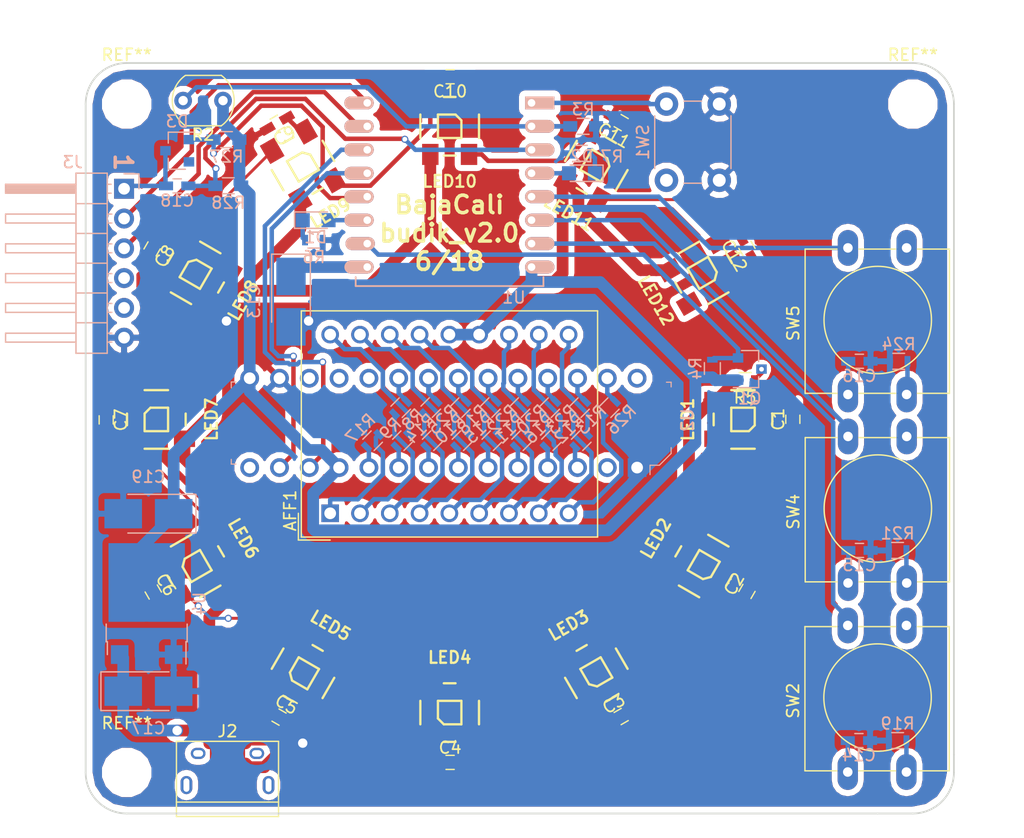
<source format=kicad_pcb>
(kicad_pcb (version 4) (host pcbnew 4.0.7+dfsg1-1ubuntu2)
  (layers (0 F.Cu signal) (31 B.Cu signal) (34 B.Paste user) (35 F.Paste user) (36 B.SilkS user) (37 F.SilkS user) (38 B.Mask user) (39 F.Mask user) (44 Edge.Cuts user))
  (net 0 "")
  (net 1 "Net-(AFF1-Pad10)")
  (net 2 "Net-(AFF1-Pad9)")
  (net 3 "Net-(AFF1-Pad8)")
  (net 4 "Net-(AFF1-Pad7)")
  (net 5 "Net-(AFF1-Pad6)")
  (net 6 "Net-(AFF1-Pad5)")
  (net 7 "Net-(AFF1-Pad4)")
  (net 8 "Net-(AFF1-Pad3)")
  (net 9 "Net-(AFF1-Pad2)")
  (net 10 "Net-(AFF1-Pad1)")
  (net 11 "Net-(C1-Pad1)")
  (net 12 GND)
  (net 13 "Net-(C2-Pad1)")
  (net 14 "Net-(C3-Pad1)")
  (net 15 "Net-(C4-Pad1)")
  (net 16 "Net-(C5-Pad1)")
  (net 17 Bt1)
  (net 18 "Net-(C7-Pad1)")
  (net 19 Bt2)
  (net 20 Bt3)
  (net 21 "Net-(C10-Pad1)")
  (net 22 "Net-(C11-Pad1)")
  (net 23 "Net-(C12-Pad1)")
  (net 24 "Net-(C13-Pad1)")
  (net 25 +5V)
  (net 26 CH_PD)
  (net 27 +3V3)
  (net 28 L2)
  (net 29 "Net-(D1-Pad1)")
  (net 30 L1)
  (net 31 "Net-(D2-Pad1)")
  (net 32 GPIO0)
  (net 33 "Net-(D3-Pad2)")
  (net 34 "Net-(J2-Pad2)")
  (net 35 "Net-(J2-Pad3)")
  (net 36 "Net-(J2-Pad4)")
  (net 37 "Net-(J2-Pad6)")
  (net 38 TX)
  (net 39 RX)
  (net 40 "Net-(J3-Pad4)")
  (net 41 "Net-(J3-Pad5)")
  (net 42 "Net-(LED1-Pad2)")
  (net 43 DATA_LED_5V)
  (net 44 "Net-(LED2-Pad2)")
  (net 45 "Net-(LED3-Pad2)")
  (net 46 "Net-(LED5-Pad2)")
  (net 47 "Net-(LED7-Pad2)")
  (net 48 "Net-(LED10-Pad2)")
  (net 49 "Net-(LED10-Pad4)")
  (net 50 "Net-(LED11-Pad2)")
  (net 51 DATA_LED)
  (net 52 PHOTO)
  (net 53 "Net-(R8-Pad2)")
  (net 54 "Net-(R9-Pad2)")
  (net 55 "Net-(R10-Pad2)")
  (net 56 "Net-(R11-Pad2)")
  (net 57 "Net-(AFF1-Pad16)")
  (net 58 "Net-(R12-Pad2)")
  (net 59 "Net-(AFF1-Pad11)")
  (net 60 "Net-(R13-Pad2)")
  (net 61 "Net-(R14-Pad2)")
  (net 62 "Net-(AFF1-Pad12)")
  (net 63 "Net-(R15-Pad2)")
  (net 64 "Net-(R16-Pad2)")
  (net 65 "Net-(AFF1-Pad14)")
  (net 66 "Net-(R17-Pad2)")
  (net 67 "Net-(R22-Pad2)")
  (net 68 "Net-(AFF1-Pad13)")
  (net 69 "Net-(AFF1-Pad15)")
  (net 70 "Net-(R25-Pad2)")
  (net 71 BtR)
  (net 72 DIS_SDA)
  (net 73 DIS_SCL)
  (net 74 "Net-(U2-Pad2)")
  (net 75 "Net-(U2-Pad14)")
  (net 76 "Net-(U2-Pad17)")
  (net 77 "Net-(U2-Pad18)")
  (net 78 "Net-(U2-Pad19)")
  (net 79 "Net-(U2-Pad28)")
  (net 80 "Net-(C8-Pad1)")
  (net 81 "Net-(C9-Pad1)")
  (net 82 "Net-(C18-Pad1)")
  (net 83 "Net-(LED4-Pad2)")
  (net 84 "Net-(LED6-Pad2)")
  (net 85 "Net-(LED8-Pad2)")
  (net 86 "Net-(LED12-Pad2)")
  (net 87 "Net-(C6-Pad1)")
  (net 88 "Net-(R18-Pad2)")
  (net 89 "Net-(R19-Pad1)")
  (net 90 "Net-(R20-Pad2)")
  (net 91 "Net-(R21-Pad1)")
  (net 92 "Net-(R23-Pad2)")
  (net 93 "Net-(R24-Pad1)")
  (net 94 "Net-(R26-Pad2)")
  (module Mounting_Holes:MountingHole_3.2mm_M3 (layer F.Cu) (at 91 64)
    (fp_text reference REF** (at 0 -4.2) (layer F.SilkS))
    (fp_text value MountingHole_3.2mm_M3)
    (pad 1 np_thru_hole circle (at 0 0) (size 3.2 3.2) (drill 3.2) (layers *.Cu *.Mask))
  )
  (module LEDs:LED_0805 (layer B.Cu) (at 40.1 73.9)
    (fp_text reference D1 (at 0 1.45) (layer B.SilkS) (effects (justify mirror)))
    (fp_text value LED)
    (pad 2 smd rect (at 1.1 0 180) (size 1.2 1.2) (layers B.Cu B.Paste B.Mask) (net 28 L2))
    (pad 1 smd rect (at -1.1 0 180) (size 1.2 1.2) (layers B.Cu B.Paste B.Mask) (net 29 "Net-(D1-Pad1)"))
  )
  (module TO_SOT_Packages_SMD:ATPAK-2 (layer B.Cu) (at 25.7 106.5972 90)
    (fp_text reference U4 (at 0 4.5 90) (layer B.SilkS) (effects (justify mirror)))
    (fp_text value LD1117S33CTR)
    (pad 1 smd rect (at -4.35 2.3 90) (size 1.6 1.5) (layers B.Cu B.Paste B.Mask) (net 12 GND))
    (pad 3 smd rect (at -4.35 -2.3 90) (size 1.6 1.5) (layers B.Cu B.Paste B.Mask) (net 25 +5V))
    (pad 2 smd rect (at 1.8 0 90) (size 6.7 6.5) (layers B.Cu B.Mask) (net 27 +3V3))
    (pad 2 smd rect (at 3.55 -1.7 90) (size 3.2 3.1) (layers B.Cu B.Paste) (net 27 +3V3))
    (pad 2 smd rect (at 0.05 1.7 90) (size 3.2 3.1) (layers B.Cu B.Paste) (net 27 +3V3))
    (pad 2 smd rect (at 3.55 1.7 90) (size 3.2 3.1) (layers B.Cu B.Paste) (net 27 +3V3))
    (pad 2 smd rect (at 0.05 -1.7 90) (size 3.2 3.1) (layers B.Cu B.Paste) (net 27 +3V3))
  )
  (module Displays_7-Segment:DA56-11CGKWA (layer F.Cu) (at 41.34 98.9 90)
    (fp_text reference AFF1 (at 0.24 -3.41 90) (layer F.SilkS))
    (fp_text value DC04-11_c)
    (pad 5 thru_hole rect (at 0 0 90) (size 1.5 1.5) (drill 1) (layers *.Cu *.Mask) (net 6 "Net-(AFF1-Pad5)"))
    (pad 16 thru_hole circle (at 0 2.54 90) (size 1.5 1.5) (drill 1) (layers *.Cu *.Mask) (net 57 "Net-(AFF1-Pad16)"))
    (pad 3 thru_hole circle (at 0 5.08 90) (size 1.5 1.5) (drill 1) (layers *.Cu *.Mask) (net 8 "Net-(AFF1-Pad3)"))
    (pad 15 thru_hole circle (at 0 7.62 90) (size 1.5 1.5) (drill 1) (layers *.Cu *.Mask) (net 69 "Net-(AFF1-Pad15)"))
    (pad 4 thru_hole circle (at 0 10.16 90) (size 1.5 1.5) (drill 1) (layers *.Cu *.Mask) (net 7 "Net-(AFF1-Pad4)"))
    (pad 13 thru_hole circle (at 0 12.7 90) (size 1.5 1.5) (drill 1) (layers *.Cu *.Mask) (net 68 "Net-(AFF1-Pad13)"))
    (pad 1 thru_hole circle (at 0 15.24 90) (size 1.5 1.5) (drill 1) (layers *.Cu *.Mask) (net 10 "Net-(AFF1-Pad1)"))
    (pad 14 thru_hole circle (at 0 17.78 90) (size 1.5 1.5) (drill 1) (layers *.Cu *.Mask) (net 65 "Net-(AFF1-Pad14)"))
    (pad 2 thru_hole circle (at 0 20.32 90) (size 1.5 1.5) (drill 1) (layers *.Cu *.Mask) (net 9 "Net-(AFF1-Pad2)"))
    (pad 12 thru_hole circle (at 15.24 20.32 90) (size 1.5 1.5) (drill 1) (layers *.Cu *.Mask) (net 62 "Net-(AFF1-Pad12)"))
    (pad 10 thru_hole circle (at 15.24 17.78 90) (size 1.5 1.5) (drill 1) (layers *.Cu *.Mask) (net 1 "Net-(AFF1-Pad10)"))
    (pad 11 thru_hole circle (at 15.24 15.24 90) (size 1.5 1.5) (drill 1) (layers *.Cu *.Mask) (net 59 "Net-(AFF1-Pad11)"))
    (pad 17 thru_hole circle (at 15.24 12.7 90) (size 1.5 1.5) (drill 1) (layers *.Cu *.Mask) (net 27 +3V3))
    (pad 17 thru_hole circle (at 15.24 10.16 90) (size 1.5 1.5) (drill 1) (layers *.Cu *.Mask) (net 27 +3V3))
    (pad 9 thru_hole circle (at 15.24 7.62 90) (size 1.5 1.5) (drill 1) (layers *.Cu *.Mask) (net 2 "Net-(AFF1-Pad9)"))
    (pad 7 thru_hole circle (at 15.24 5.08 90) (size 1.5 1.5) (drill 1) (layers *.Cu *.Mask) (net 4 "Net-(AFF1-Pad7)"))
    (pad 6 thru_hole circle (at 15.24 2.54 90) (size 1.5 1.5) (drill 1) (layers *.Cu *.Mask) (net 5 "Net-(AFF1-Pad6)"))
    (pad 8 thru_hole circle (at 15.24 0 90) (size 1.5 1.5) (drill 1) (layers *.Cu *.Mask) (net 3 "Net-(AFF1-Pad8)"))
  )
  (module Mounting_Holes:MountingHole_3.2mm_M3 (layer F.Cu) (at 24 121)
    (fp_text reference REF** (at 0 -4.2) (layer F.SilkS))
    (fp_text value MountingHole_3.2mm_M3)
    (pad 1 np_thru_hole circle (at 0 0) (size 3.2 3.2) (drill 3.2) (layers *.Cu *.Mask))
  )
  (module WS2812B:WS2812B (layer F.Cu) (at 39.024 112.544635 330)
    (fp_text reference LED5 (at 0 -4.7 330) (layer F.SilkS) (effects (font (thickness 0.2))))
    (fp_text value WS2812B hide)
    (pad 1 smd rect (at 1.65 -2.4 330) (size 1.4 1.8) (layers F.Cu F.Paste F.Mask) (net 25 +5V))
    (pad 2 smd rect (at -1.65 -2.4 330) (size 1.4 1.8) (layers F.Cu F.Paste F.Mask) (net 46 "Net-(LED5-Pad2)"))
    (pad 3 smd rect (at -1.65 2.4 330) (size 1.4 1.8) (layers F.Cu F.Paste F.Mask) (net 16 "Net-(C5-Pad1)"))
    (pad 4 smd rect (at 1.65 2.4 330) (size 1.4 1.8) (layers F.Cu F.Paste F.Mask) (net 83 "Net-(LED4-Pad2)"))
  )
  (module Opto-Devices:Resistor_LDR_5.1x4.3_RM3.4 (layer F.Cu) (at 32.2072 63.7032 180)
    (fp_text reference R2 (at 1.7 -2.9 180) (layer F.SilkS))
    (fp_text value R_PHOTO)
    (pad 1 thru_hole circle (at 0 0 180) (size 1.5 1.5) (drill 0.8) (layers *.Cu *.Mask) (net 27 +3V3))
    (pad 2 thru_hole circle (at 3.4 0 180) (size 1.5 1.5) (drill 0.8) (layers *.Cu *.Mask) (net 52 PHOTO))
  )
  (module Resistors_SMD:R_0603_HandSoldering (layer B.Cu) (at 32.6566 70.9676)
    (fp_text reference R28 (at 0 1.45) (layer B.SilkS) (effects (justify mirror)))
    (fp_text value 10k)
    (pad 1 smd rect (at -1.1 0) (size 1.2 0.9) (layers B.Cu B.Paste B.Mask) (net 26 CH_PD))
    (pad 2 smd rect (at 1.1 0) (size 1.2 0.9) (layers B.Cu B.Paste B.Mask) (net 27 +3V3))
  )
  (module Capacitors_SMD:C_0603_HandSoldering (layer B.Cu) (at 28.30127 70.97838)
    (fp_text reference C18 (at 0 1.25) (layer B.SilkS) (effects (justify mirror)))
    (fp_text value 100n)
    (pad 1 smd rect (at -0.95 0) (size 1.2 0.75) (layers B.Cu B.Paste B.Mask) (net 82 "Net-(C18-Pad1)"))
    (pad 2 smd rect (at 0.95 0) (size 1.2 0.75) (layers B.Cu B.Paste B.Mask) (net 26 CH_PD))
  )
  (module TO_SOT_Packages_SMD:SOT-23 (layer B.Cu) (at 28.30127 67.97838 180)
    (fp_text reference D3 (at 0 2.5 180) (layer B.SilkS) (effects (justify mirror)))
    (fp_text value D_x2_KCom_AAK)
    (pad 1 smd rect (at -1 0.95 180) (size 0.9 0.8) (layers B.Cu B.Paste B.Mask) (net 32 GPIO0))
    (pad 2 smd rect (at -1 -0.95 180) (size 0.9 0.8) (layers B.Cu B.Paste B.Mask) (net 33 "Net-(D3-Pad2)"))
    (pad 3 smd rect (at 1 0 180) (size 0.9 0.8) (layers B.Cu B.Paste B.Mask) (net 82 "Net-(C18-Pad1)"))
  )
  (module Resistors_SMD:R_0603_HandSoldering (layer B.Cu) (at 32.5042 67.0306)
    (fp_text reference R27 (at 0 1.45) (layer B.SilkS) (effects (justify mirror)))
    (fp_text value 10k)
    (pad 1 smd rect (at -1.1 0) (size 1.2 0.9) (layers B.Cu B.Paste B.Mask) (net 32 GPIO0))
    (pad 2 smd rect (at 1.1 0) (size 1.2 0.9) (layers B.Cu B.Paste B.Mask) (net 27 +3V3))
  )
  (module Resistors_SMD:R_0603 (layer B.Cu) (at 57.658 92.71 225)
    (fp_text reference R11 (at 0 1.45 225) (layer B.SilkS) (effects (justify mirror)))
    (fp_text value 100R)
    (pad 1 smd rect (at -0.75 0 225) (size 0.5 0.9) (layers B.Cu B.Paste B.Mask) (net 59 "Net-(AFF1-Pad11)"))
    (pad 2 smd rect (at 0.75 0 225) (size 0.5 0.9) (layers B.Cu B.Paste B.Mask) (net 56 "Net-(R11-Pad2)"))
  )
  (module digikey-footprints:DIP-28_W7.62mm (layer B.Cu) (at 67.5 95 90)
    (fp_text reference U2 (at 4.05 4.28 90) (layer B.SilkS) (effects (justify mirror)))
    (fp_text value MCP23018-E_SP)
    (pad 1 thru_hole rect (at 0 0 90) (size 1.6 1.6) (drill 1) (layers *.Cu *.Mask) (net 12 GND))
    (pad 2 thru_hole circle (at 0 -2.54 90) (size 1.6 1.6) (drill 1) (layers *.Cu *.Mask) (net 74 "Net-(U2-Pad2)"))
    (pad 3 thru_hole circle (at 0 -5.08 90) (size 1.6 1.6) (drill 1) (layers *.Cu *.Mask) (net 58 "Net-(R12-Pad2)"))
    (pad 4 thru_hole circle (at 0 -7.62 90) (size 1.6 1.6) (drill 1) (layers *.Cu *.Mask) (net 64 "Net-(R16-Pad2)"))
    (pad 5 thru_hole circle (at 0 -10.16 90) (size 1.6 1.6) (drill 1) (layers *.Cu *.Mask) (net 56 "Net-(R11-Pad2)"))
    (pad 6 thru_hole circle (at 0 -12.7 90) (size 1.6 1.6) (drill 1) (layers *.Cu *.Mask) (net 63 "Net-(R15-Pad2)"))
    (pad 7 thru_hole circle (at 0 -15.24 90) (size 1.6 1.6) (drill 1) (layers *.Cu *.Mask) (net 55 "Net-(R10-Pad2)"))
    (pad 8 thru_hole circle (at 0 -17.78 90) (size 1.6 1.6) (drill 1) (layers *.Cu *.Mask) (net 61 "Net-(R14-Pad2)"))
    (pad 9 thru_hole circle (at 0 -20.32 90) (size 1.6 1.6) (drill 1) (layers *.Cu *.Mask) (net 54 "Net-(R9-Pad2)"))
    (pad 10 thru_hole circle (at 0 -22.86 90) (size 1.6 1.6) (drill 1) (layers *.Cu *.Mask) (net 66 "Net-(R17-Pad2)"))
    (pad 11 thru_hole circle (at 0 -25.4 90) (size 1.6 1.6) (drill 1) (layers *.Cu *.Mask) (net 27 +3V3))
    (pad 12 thru_hole circle (at 0 -27.94 90) (size 1.6 1.6) (drill 1) (layers *.Cu *.Mask) (net 73 DIS_SCL))
    (pad 13 thru_hole circle (at 0 -30.48 90) (size 1.6 1.6) (drill 1) (layers *.Cu *.Mask) (net 72 DIS_SDA))
    (pad 14 thru_hole circle (at 0 -33.02 90) (size 1.6 1.6) (drill 1) (layers *.Cu *.Mask) (net 75 "Net-(U2-Pad14)"))
    (pad 15 thru_hole circle (at 7.62 -33.02 90) (size 1.6 1.6) (drill 1) (layers *.Cu *.Mask) (net 27 +3V3))
    (pad 16 thru_hole circle (at 7.62 -30.48 90) (size 1.6 1.6) (drill 1) (layers *.Cu *.Mask) (net 12 GND))
    (pad 17 thru_hole circle (at 7.62 -27.94 90) (size 1.6 1.6) (drill 1) (layers *.Cu *.Mask) (net 76 "Net-(U2-Pad17)"))
    (pad 18 thru_hole circle (at 7.62 -25.4 90) (size 1.6 1.6) (drill 1) (layers *.Cu *.Mask) (net 77 "Net-(U2-Pad18)"))
    (pad 19 thru_hole circle (at 7.62 -22.86 90) (size 1.6 1.6) (drill 1) (layers *.Cu *.Mask) (net 78 "Net-(U2-Pad19)"))
    (pad 27 thru_hole circle (at 7.62 -20.32 90) (size 1.6 1.6) (drill 1) (layers *.Cu *.Mask) (net 53 "Net-(R8-Pad2)"))
    (pad 21 thru_hole circle (at 7.62 -17.78 90) (size 1.6 1.6) (drill 1) (layers *.Cu *.Mask) (net 70 "Net-(R25-Pad2)"))
    (pad 25 thru_hole circle (at 7.62 -15.24 90) (size 1.6 1.6) (drill 1) (layers *.Cu *.Mask) (net 88 "Net-(R18-Pad2)"))
    (pad 23 thru_hole circle (at 7.62 -12.7 90) (size 1.6 1.6) (drill 1) (layers *.Cu *.Mask) (net 67 "Net-(R22-Pad2)"))
    (pad 24 thru_hole circle (at 7.62 -10.16 90) (size 1.6 1.6) (drill 1) (layers *.Cu *.Mask) (net 90 "Net-(R20-Pad2)"))
    (pad 22 thru_hole circle (at 7.62 -7.62 90) (size 1.6 1.6) (drill 1) (layers *.Cu *.Mask) (net 92 "Net-(R23-Pad2)"))
    (pad 26 thru_hole circle (at 7.62 -5.08 90) (size 1.6 1.6) (drill 1) (layers *.Cu *.Mask) (net 60 "Net-(R13-Pad2)"))
    (pad 20 thru_hole circle (at 7.62 -2.54 90) (size 1.6 1.6) (drill 1) (layers *.Cu *.Mask) (net 94 "Net-(R26-Pad2)"))
    (pad 28 thru_hole circle (at 7.62 0 90) (size 1.6 1.6) (drill 1) (layers *.Cu *.Mask) (net 79 "Net-(U2-Pad28)"))
  )
  (module Resistors_SMD:R_0603 (layer B.Cu) (at 49.91407 89.88753 45)
    (fp_text reference R25 (at 0 1.45 45) (layer B.SilkS) (effects (justify mirror)))
    (fp_text value 100R)
    (pad 1 smd rect (at -0.75 0 45) (size 0.5 0.9) (layers B.Cu B.Paste B.Mask) (net 8 "Net-(AFF1-Pad3)"))
    (pad 2 smd rect (at 0.75 0 45) (size 0.5 0.9) (layers B.Cu B.Paste B.Mask) (net 70 "Net-(R25-Pad2)"))
  )
  (module Resistors_SMD:R_0603 (layer B.Cu) (at 60.0515 89.8945 45)
    (fp_text reference R23 (at 0 1.45 45) (layer B.SilkS) (effects (justify mirror)))
    (fp_text value 100R)
    (pad 1 smd rect (at -0.75 0 45) (size 0.5 0.9) (layers B.Cu B.Paste B.Mask) (net 10 "Net-(AFF1-Pad1)"))
    (pad 2 smd rect (at 0.75 0 45) (size 0.5 0.9) (layers B.Cu B.Paste B.Mask) (net 92 "Net-(R23-Pad2)"))
  )
  (module Resistors_SMD:R_0603 (layer B.Cu) (at 54.99407 89.88753 45)
    (fp_text reference R22 (at 0 1.45 45) (layer B.SilkS) (effects (justify mirror)))
    (fp_text value 100R)
    (pad 1 smd rect (at -0.75 0 45) (size 0.5 0.9) (layers B.Cu B.Paste B.Mask) (net 7 "Net-(AFF1-Pad4)"))
    (pad 2 smd rect (at 0.75 0 45) (size 0.5 0.9) (layers B.Cu B.Paste B.Mask) (net 67 "Net-(R22-Pad2)"))
  )
  (module Resistors_SMD:R_0603 (layer B.Cu) (at 65.1315 89.8945 45)
    (fp_text reference R26 (at 0 1.45 45) (layer B.SilkS) (effects (justify mirror)))
    (fp_text value 100R)
    (pad 1 smd rect (at -0.75 0 45) (size 0.5 0.9) (layers B.Cu B.Paste B.Mask) (net 9 "Net-(AFF1-Pad2)"))
    (pad 2 smd rect (at 0.75 0 45) (size 0.5 0.9) (layers B.Cu B.Paste B.Mask) (net 94 "Net-(R26-Pad2)"))
  )
  (module Resistors_SMD:R_0603 (layer B.Cu) (at 62.58867 89.8945 45)
    (fp_text reference R13 (at 0 1.45 45) (layer B.SilkS) (effects (justify mirror)))
    (fp_text value 100R)
    (pad 1 smd rect (at -0.75 0 45) (size 0.5 0.9) (layers B.Cu B.Paste B.Mask) (net 65 "Net-(AFF1-Pad14)"))
    (pad 2 smd rect (at 0.75 0 45) (size 0.5 0.9) (layers B.Cu B.Paste B.Mask) (net 60 "Net-(R13-Pad2)"))
  )
  (module Resistors_SMD:R_0603 (layer B.Cu) (at 52.4315 89.8945 45)
    (fp_text reference R18 (at 0 1.45 45) (layer B.SilkS) (effects (justify mirror)))
    (fp_text value 100R)
    (pad 1 smd rect (at -0.75 0 45) (size 0.5 0.9) (layers B.Cu B.Paste B.Mask) (net 69 "Net-(AFF1-Pad15)"))
    (pad 2 smd rect (at 0.75 0 45) (size 0.5 0.9) (layers B.Cu B.Paste B.Mask) (net 88 "Net-(R18-Pad2)"))
  )
  (module Resistors_SMD:R_0603 (layer B.Cu) (at 47.3515 89.8945 45)
    (fp_text reference R8 (at 0 1.45 45) (layer B.SilkS) (effects (justify mirror)))
    (fp_text value 100R)
    (pad 1 smd rect (at -0.75 0 45) (size 0.5 0.9) (layers B.Cu B.Paste B.Mask) (net 57 "Net-(AFF1-Pad16)"))
    (pad 2 smd rect (at 0.75 0 45) (size 0.5 0.9) (layers B.Cu B.Paste B.Mask) (net 53 "Net-(R8-Pad2)"))
  )
  (module Resistors_SMD:R_0603 (layer B.Cu) (at 57.50867 89.88753 45)
    (fp_text reference R20 (at 0 1.45 45) (layer B.SilkS) (effects (justify mirror)))
    (fp_text value 100R)
    (pad 1 smd rect (at -0.75 0 45) (size 0.5 0.9) (layers B.Cu B.Paste B.Mask) (net 68 "Net-(AFF1-Pad13)"))
    (pad 2 smd rect (at 0.75 0 45) (size 0.5 0.9) (layers B.Cu B.Paste B.Mask) (net 90 "Net-(R20-Pad2)"))
  )
  (module Resistors_SMD:R_0603 (layer B.Cu) (at 47.498 92.71 225)
    (fp_text reference R9 (at 0 1.45 225) (layer B.SilkS) (effects (justify mirror)))
    (fp_text value 100R)
    (pad 1 smd rect (at -0.75 0 225) (size 0.5 0.9) (layers B.Cu B.Paste B.Mask) (net 3 "Net-(AFF1-Pad8)"))
    (pad 2 smd rect (at 0.75 0 225) (size 0.5 0.9) (layers B.Cu B.Paste B.Mask) (net 54 "Net-(R9-Pad2)"))
  )
  (module Resistors_SMD:R_0603 (layer B.Cu) (at 44.958 92.71 225)
    (fp_text reference R17 (at 0 1.45 225) (layer B.SilkS) (effects (justify mirror)))
    (fp_text value 100R)
    (pad 1 smd rect (at -0.75 0 225) (size 0.5 0.9) (layers B.Cu B.Paste B.Mask) (net 6 "Net-(AFF1-Pad5)"))
    (pad 2 smd rect (at 0.75 0 225) (size 0.5 0.9) (layers B.Cu B.Paste B.Mask) (net 66 "Net-(R17-Pad2)"))
  )
  (module Resistors_SMD:R_0603 (layer B.Cu) (at 62.738 92.71 225)
    (fp_text reference R12 (at 0 1.45 225) (layer B.SilkS) (effects (justify mirror)))
    (fp_text value 100R)
    (pad 1 smd rect (at -0.75 0 225) (size 0.5 0.9) (layers B.Cu B.Paste B.Mask) (net 62 "Net-(AFF1-Pad12)"))
    (pad 2 smd rect (at 0.75 0 225) (size 0.5 0.9) (layers B.Cu B.Paste B.Mask) (net 58 "Net-(R12-Pad2)"))
  )
  (module Resistors_SMD:R_0603 (layer B.Cu) (at 55.118 92.71 225)
    (fp_text reference R15 (at 0 1.45 225) (layer B.SilkS) (effects (justify mirror)))
    (fp_text value 100R)
    (pad 1 smd rect (at -0.75 0 225) (size 0.5 0.9) (layers B.Cu B.Paste B.Mask) (net 2 "Net-(AFF1-Pad9)"))
    (pad 2 smd rect (at 0.75 0 225) (size 0.5 0.9) (layers B.Cu B.Paste B.Mask) (net 63 "Net-(R15-Pad2)"))
  )
  (module Resistors_SMD:R_0603 (layer B.Cu) (at 52.578 92.71 225)
    (fp_text reference R10 (at 0 1.45 225) (layer B.SilkS) (effects (justify mirror)))
    (fp_text value 100R)
    (pad 1 smd rect (at -0.75 0 225) (size 0.5 0.9) (layers B.Cu B.Paste B.Mask) (net 4 "Net-(AFF1-Pad7)"))
    (pad 2 smd rect (at 0.75 0 225) (size 0.5 0.9) (layers B.Cu B.Paste B.Mask) (net 55 "Net-(R10-Pad2)"))
  )
  (module Resistors_SMD:R_0603 (layer B.Cu) (at 60.198 92.71 225)
    (fp_text reference R16 (at 0 1.45 225) (layer B.SilkS) (effects (justify mirror)))
    (fp_text value 100R)
    (pad 1 smd rect (at -0.75 0 225) (size 0.5 0.9) (layers B.Cu B.Paste B.Mask) (net 1 "Net-(AFF1-Pad10)"))
    (pad 2 smd rect (at 0.75 0 225) (size 0.5 0.9) (layers B.Cu B.Paste B.Mask) (net 64 "Net-(R16-Pad2)"))
  )
  (module Resistors_SMD:R_0603 (layer B.Cu) (at 50.038 92.71 225)
    (fp_text reference R14 (at 0 1.45 225) (layer B.SilkS) (effects (justify mirror)))
    (fp_text value 100R)
    (pad 1 smd rect (at -0.75 0 225) (size 0.5 0.9) (layers B.Cu B.Paste B.Mask) (net 5 "Net-(AFF1-Pad6)"))
    (pad 2 smd rect (at 0.75 0 225) (size 0.5 0.9) (layers B.Cu B.Paste B.Mask) (net 61 "Net-(R14-Pad2)"))
  )
  (module Capacitors_SMD:C_0603_HandSoldering (layer B.Cu) (at 86.4432 85.93613)
    (fp_text reference C16 (at 0 1.25) (layer B.SilkS) (effects (justify mirror)))
    (fp_text value 100n)
    (pad 1 smd rect (at -0.95 0) (size 1.2 0.75) (layers B.Cu B.Paste B.Mask) (net 20 Bt3))
    (pad 2 smd rect (at 0.95 0) (size 1.2 0.75) (layers B.Cu B.Paste B.Mask) (net 12 GND))
  )
  (module Resistors_SMD:R_0603 (layer B.Cu) (at 89.7932 85.93613 180)
    (fp_text reference R24 (at 0 1.45 180) (layer B.SilkS) (effects (justify mirror)))
    (fp_text value 4k7)
    (pad 1 smd rect (at -0.75 0 180) (size 0.5 0.9) (layers B.Cu B.Paste B.Mask) (net 93 "Net-(R24-Pad1)"))
    (pad 2 smd rect (at 0.75 0 180) (size 0.5 0.9) (layers B.Cu B.Paste B.Mask) (net 12 GND))
  )
  (module Buttons_Switches_THT:SW_PUSH-12mm (layer F.Cu) (at 85.4686 88.7668 90)
    (fp_text reference SW5 (at 6.08 -4.66 90) (layer F.SilkS))
    (fp_text value SW_DPST)
    (pad 1 thru_hole oval (at 12.5 0 90) (size 3.048 1.7272) (drill 0.8128) (layers *.Cu *.Mask) (net 20 Bt3))
    (pad 2 thru_hole oval (at 12.5 5 90) (size 3.048 1.7272) (drill 0.8128) (layers *.Cu *.Mask) (net 93 "Net-(R24-Pad1)"))
    (pad 1 thru_hole oval (at 0 0 90) (size 3.048 1.7272) (drill 0.8128) (layers *.Cu *.Mask) (net 20 Bt3))
    (pad 2 thru_hole oval (at 0 5 90) (size 3.048 1.7272) (drill 0.8128) (layers *.Cu *.Mask) (net 93 "Net-(R24-Pad1)"))
  )
  (module Resistors_SMD:R_0603 (layer B.Cu) (at 89.7012 102.0678 180)
    (fp_text reference R21 (at 0 1.45 180) (layer B.SilkS) (effects (justify mirror)))
    (fp_text value 4k7)
    (pad 1 smd rect (at -0.75 0 180) (size 0.5 0.9) (layers B.Cu B.Paste B.Mask) (net 91 "Net-(R21-Pad1)"))
    (pad 2 smd rect (at 0.75 0 180) (size 0.5 0.9) (layers B.Cu B.Paste B.Mask) (net 12 GND))
  )
  (module WS2812B:WS2812B (layer F.Cu) (at 29.873364 103.394 300)
    (fp_text reference LED6 (at 0 -4.7 300) (layer F.SilkS) (effects (font (thickness 0.2))))
    (fp_text value WS2812B hide)
    (pad 1 smd rect (at 1.65 -2.4 300) (size 1.4 1.8) (layers F.Cu F.Paste F.Mask) (net 25 +5V))
    (pad 2 smd rect (at -1.65 -2.4 300) (size 1.4 1.8) (layers F.Cu F.Paste F.Mask) (net 84 "Net-(LED6-Pad2)"))
    (pad 3 smd rect (at -1.65 2.4 300) (size 1.4 1.8) (layers F.Cu F.Paste F.Mask) (net 87 "Net-(C6-Pad1)"))
    (pad 4 smd rect (at 1.65 2.4 300) (size 1.4 1.8) (layers F.Cu F.Paste F.Mask) (net 46 "Net-(LED5-Pad2)"))
  )
  (module Buttons_Switches_THT:SW_PUSH-12mm (layer F.Cu) (at 85.4532 120.962938 90)
    (fp_text reference SW2 (at 6.08 -4.66 90) (layer F.SilkS))
    (fp_text value SW_DPST)
    (pad 1 thru_hole oval (at 12.5 0 90) (size 3.048 1.7272) (drill 0.8128) (layers *.Cu *.Mask) (net 17 Bt1))
    (pad 2 thru_hole oval (at 12.5 5 90) (size 3.048 1.7272) (drill 0.8128) (layers *.Cu *.Mask) (net 89 "Net-(R19-Pad1)"))
    (pad 1 thru_hole oval (at 0 0 90) (size 3.048 1.7272) (drill 0.8128) (layers *.Cu *.Mask) (net 17 Bt1))
    (pad 2 thru_hole oval (at 0 5 90) (size 3.048 1.7272) (drill 0.8128) (layers *.Cu *.Mask) (net 89 "Net-(R19-Pad1)"))
  )
  (module LEDs:LED_0805 (layer B.Cu) (at 62.8 69.9 180)
    (fp_text reference D2 (at 0 1.45 180) (layer B.SilkS) (effects (justify mirror)))
    (fp_text value LED)
    (pad 2 smd rect (at 1.1 0) (size 1.2 1.2) (layers B.Cu B.Paste B.Mask) (net 30 L1))
    (pad 1 smd rect (at -1.1 0) (size 1.2 1.2) (layers B.Cu B.Paste B.Mask) (net 31 "Net-(D2-Pad1)"))
  )
  (module Connectors:USB_Micro-B (layer F.Cu) (at 32.5882 120.7262)
    (fp_text reference J2 (at 0 -3.24) (layer F.SilkS))
    (fp_text value USB_OTG)
    (pad 1 smd rect (at -1.3 -1.35 90) (size 1.35 0.4) (layers F.Cu F.Paste F.Mask) (net 25 +5V))
    (pad 2 smd rect (at -0.65 -1.35 90) (size 1.35 0.4) (layers F.Cu F.Paste F.Mask) (net 34 "Net-(J2-Pad2)"))
    (pad 3 smd rect (at 0 -1.35 90) (size 1.35 0.4) (layers F.Cu F.Paste F.Mask) (net 35 "Net-(J2-Pad3)"))
    (pad 4 smd rect (at 0.65 -1.35 90) (size 1.35 0.4) (layers F.Cu F.Paste F.Mask) (net 36 "Net-(J2-Pad4)"))
    (pad 5 smd rect (at 1.3 -1.35 90) (size 1.35 0.4) (layers F.Cu F.Paste F.Mask) (net 12 GND))
    (pad 6 thru_hole oval (at -2.5 -1.35 90) (size 0.95 1.25) (drill oval 0.55 0.85) (layers *.Cu *.Mask) (net 37 "Net-(J2-Pad6)"))
    (pad 6 thru_hole oval (at 2.5 -1.35 90) (size 0.95 1.25) (drill oval 0.55 0.85) (layers *.Cu *.Mask) (net 37 "Net-(J2-Pad6)"))
    (pad 6 thru_hole oval (at -3.5 1.35 90) (size 1.55 1) (drill oval 1.15 0.5) (layers *.Cu *.Mask) (net 37 "Net-(J2-Pad6)"))
    (pad 6 thru_hole oval (at 3.5 1.35 90) (size 1.55 1) (drill oval 1.15 0.5) (layers *.Cu *.Mask) (net 37 "Net-(J2-Pad6)"))
  )
  (module Pin_Headers:Pin_Header_Angled_1x06_Pitch2.54mm (layer B.Cu) (at 23.7744 71.2216 180)
    (fp_text reference J3 (at 4.385 2.27 180) (layer B.SilkS) (effects (justify mirror)))
    (fp_text value FTDI)
    (pad 1 thru_hole rect (at 0 0 180) (size 1.7 1.7) (drill 1) (layers *.Cu *.Mask) (net 82 "Net-(C18-Pad1)"))
    (pad 2 thru_hole oval (at 0 -2.54 180) (size 1.7 1.7) (drill 1) (layers *.Cu *.Mask) (net 38 TX))
    (pad 3 thru_hole oval (at 0 -5.08 180) (size 1.7 1.7) (drill 1) (layers *.Cu *.Mask) (net 39 RX))
    (pad 4 thru_hole oval (at 0 -7.62 180) (size 1.7 1.7) (drill 1) (layers *.Cu *.Mask) (net 40 "Net-(J3-Pad4)"))
    (pad 5 thru_hole oval (at 0 -10.16 180) (size 1.7 1.7) (drill 1) (layers *.Cu *.Mask) (net 41 "Net-(J3-Pad5)"))
    (pad 6 thru_hole oval (at 0 -12.7 180) (size 1.7 1.7) (drill 1) (layers *.Cu *.Mask) (net 12 GND))
  )
  (module WS2812B:WS2812B (layer F.Cu) (at 76.524 90.894 90)
    (fp_text reference LED1 (at 0 -4.7 90) (layer F.SilkS) (effects (font (thickness 0.2))))
    (fp_text value WS2812B hide)
    (pad 1 smd rect (at 1.65 -2.4 90) (size 1.4 1.8) (layers F.Cu F.Paste F.Mask) (net 25 +5V))
    (pad 2 smd rect (at -1.65 -2.4 90) (size 1.4 1.8) (layers F.Cu F.Paste F.Mask) (net 42 "Net-(LED1-Pad2)"))
    (pad 3 smd rect (at -1.65 2.4 90) (size 1.4 1.8) (layers F.Cu F.Paste F.Mask) (net 11 "Net-(C1-Pad1)"))
    (pad 4 smd rect (at 1.65 2.4 90) (size 1.4 1.8) (layers F.Cu F.Paste F.Mask) (net 43 DATA_LED_5V))
  )
  (module WS2812B:WS2812B (layer F.Cu) (at 73.174635 103.394 60)
    (fp_text reference LED2 (at 0 -4.7 60) (layer F.SilkS) (effects (font (thickness 0.2))))
    (fp_text value WS2812B hide)
    (pad 1 smd rect (at 1.65 -2.4 60) (size 1.4 1.8) (layers F.Cu F.Paste F.Mask) (net 25 +5V))
    (pad 2 smd rect (at -1.65 -2.4 60) (size 1.4 1.8) (layers F.Cu F.Paste F.Mask) (net 44 "Net-(LED2-Pad2)"))
    (pad 3 smd rect (at -1.65 2.4 60) (size 1.4 1.8) (layers F.Cu F.Paste F.Mask) (net 13 "Net-(C2-Pad1)"))
    (pad 4 smd rect (at 1.65 2.4 60) (size 1.4 1.8) (layers F.Cu F.Paste F.Mask) (net 42 "Net-(LED1-Pad2)"))
  )
  (module WS2812B:WS2812B (layer F.Cu) (at 64.024 112.544635 30)
    (fp_text reference LED3 (at 0 -4.7 30) (layer F.SilkS) (effects (font (thickness 0.2))))
    (fp_text value WS2812B hide)
    (pad 1 smd rect (at 1.65 -2.4 30) (size 1.4 1.8) (layers F.Cu F.Paste F.Mask) (net 25 +5V))
    (pad 2 smd rect (at -1.65 -2.4 30) (size 1.4 1.8) (layers F.Cu F.Paste F.Mask) (net 45 "Net-(LED3-Pad2)"))
    (pad 3 smd rect (at -1.65 2.4 30) (size 1.4 1.8) (layers F.Cu F.Paste F.Mask) (net 14 "Net-(C3-Pad1)"))
    (pad 4 smd rect (at 1.65 2.4 30) (size 1.4 1.8) (layers F.Cu F.Paste F.Mask) (net 44 "Net-(LED2-Pad2)"))
  )
  (module WS2812B:WS2812B (layer F.Cu) (at 51.524 115.894)
    (fp_text reference LED4 (at 0 -4.7) (layer F.SilkS) (effects (font (thickness 0.2))))
    (fp_text value WS2812B hide)
    (pad 1 smd rect (at 1.65 -2.4) (size 1.4 1.8) (layers F.Cu F.Paste F.Mask) (net 25 +5V))
    (pad 2 smd rect (at -1.65 -2.4) (size 1.4 1.8) (layers F.Cu F.Paste F.Mask) (net 83 "Net-(LED4-Pad2)"))
    (pad 3 smd rect (at -1.65 2.4) (size 1.4 1.8) (layers F.Cu F.Paste F.Mask) (net 15 "Net-(C4-Pad1)"))
    (pad 4 smd rect (at 1.65 2.4) (size 1.4 1.8) (layers F.Cu F.Paste F.Mask) (net 45 "Net-(LED3-Pad2)"))
  )
  (module WS2812B:WS2812B (layer F.Cu) (at 26.524 90.894 270)
    (fp_text reference LED7 (at 0 -4.7 270) (layer F.SilkS) (effects (font (thickness 0.2))))
    (fp_text value WS2812B hide)
    (pad 1 smd rect (at 1.65 -2.4 270) (size 1.4 1.8) (layers F.Cu F.Paste F.Mask) (net 25 +5V))
    (pad 2 smd rect (at -1.65 -2.4 270) (size 1.4 1.8) (layers F.Cu F.Paste F.Mask) (net 47 "Net-(LED7-Pad2)"))
    (pad 3 smd rect (at -1.65 2.4 270) (size 1.4 1.8) (layers F.Cu F.Paste F.Mask) (net 18 "Net-(C7-Pad1)"))
    (pad 4 smd rect (at 1.65 2.4 270) (size 1.4 1.8) (layers F.Cu F.Paste F.Mask) (net 84 "Net-(LED6-Pad2)"))
  )
  (module WS2812B:WS2812B (layer F.Cu) (at 29.873364 78.394 240)
    (fp_text reference LED8 (at 0 -4.7 240) (layer F.SilkS) (effects (font (thickness 0.2))))
    (fp_text value WS2812B hide)
    (pad 1 smd rect (at 1.65 -2.4 240) (size 1.4 1.8) (layers F.Cu F.Paste F.Mask) (net 25 +5V))
    (pad 2 smd rect (at -1.65 -2.4 240) (size 1.4 1.8) (layers F.Cu F.Paste F.Mask) (net 85 "Net-(LED8-Pad2)"))
    (pad 3 smd rect (at -1.65 2.4 240) (size 1.4 1.8) (layers F.Cu F.Paste F.Mask) (net 80 "Net-(C8-Pad1)"))
    (pad 4 smd rect (at 1.65 2.4 240) (size 1.4 1.8) (layers F.Cu F.Paste F.Mask) (net 47 "Net-(LED7-Pad2)"))
  )
  (module WS2812B:WS2812B (layer F.Cu) (at 39.023999 69.243364 210)
    (fp_text reference LED9 (at 0 -4.7 210) (layer F.SilkS) (effects (font (thickness 0.2))))
    (fp_text value WS2812B hide)
    (pad 1 smd rect (at 1.65 -2.4 210) (size 1.4 1.8) (layers F.Cu F.Paste F.Mask) (net 25 +5V))
    (pad 2 smd rect (at -1.65 -2.4 210) (size 1.4 1.8) (layers F.Cu F.Paste F.Mask) (net 49 "Net-(LED10-Pad4)"))
    (pad 3 smd rect (at -1.65 2.4 210) (size 1.4 1.8) (layers F.Cu F.Paste F.Mask) (net 81 "Net-(C9-Pad1)"))
    (pad 4 smd rect (at 1.65 2.4 210) (size 1.4 1.8) (layers F.Cu F.Paste F.Mask) (net 85 "Net-(LED8-Pad2)"))
  )
  (module WS2812B:WS2812B (layer F.Cu) (at 51.523999 65.894 180)
    (fp_text reference LED10 (at 0 -4.7 180) (layer F.SilkS) (effects (font (thickness 0.2))))
    (fp_text value WS2812B hide)
    (pad 1 smd rect (at 1.65 -2.4 180) (size 1.4 1.8) (layers F.Cu F.Paste F.Mask) (net 25 +5V))
    (pad 2 smd rect (at -1.65 -2.4 180) (size 1.4 1.8) (layers F.Cu F.Paste F.Mask) (net 48 "Net-(LED10-Pad2)"))
    (pad 3 smd rect (at -1.65 2.4 180) (size 1.4 1.8) (layers F.Cu F.Paste F.Mask) (net 21 "Net-(C10-Pad1)"))
    (pad 4 smd rect (at 1.65 2.4 180) (size 1.4 1.8) (layers F.Cu F.Paste F.Mask) (net 49 "Net-(LED10-Pad4)"))
  )
  (module WS2812B:WS2812B (layer F.Cu) (at 64.023999 69.243364 150)
    (fp_text reference LED11 (at 0 -4.7 150) (layer F.SilkS) (effects (font (thickness 0.2))))
    (fp_text value WS2812B hide)
    (pad 1 smd rect (at 1.65 -2.4 150) (size 1.4 1.8) (layers F.Cu F.Paste F.Mask) (net 25 +5V))
    (pad 2 smd rect (at -1.65 -2.4 150) (size 1.4 1.8) (layers F.Cu F.Paste F.Mask) (net 50 "Net-(LED11-Pad2)"))
    (pad 3 smd rect (at -1.65 2.4 150) (size 1.4 1.8) (layers F.Cu F.Paste F.Mask) (net 22 "Net-(C11-Pad1)"))
    (pad 4 smd rect (at 1.65 2.4 150) (size 1.4 1.8) (layers F.Cu F.Paste F.Mask) (net 48 "Net-(LED10-Pad2)"))
  )
  (module WS2812B:WS2812B (layer F.Cu) (at 73.174635 78.393999 120)
    (fp_text reference LED12 (at 0 -4.7 120) (layer F.SilkS) (effects (font (thickness 0.2))))
    (fp_text value WS2812B hide)
    (pad 1 smd rect (at 1.65 -2.4 120) (size 1.4 1.8) (layers F.Cu F.Paste F.Mask) (net 25 +5V))
    (pad 2 smd rect (at -1.65 -2.4 120) (size 1.4 1.8) (layers F.Cu F.Paste F.Mask) (net 86 "Net-(LED12-Pad2)"))
    (pad 3 smd rect (at -1.65 2.4 120) (size 1.4 1.8) (layers F.Cu F.Paste F.Mask) (net 23 "Net-(C12-Pad1)"))
    (pad 4 smd rect (at 1.65 2.4 120) (size 1.4 1.8) (layers F.Cu F.Paste F.Mask) (net 50 "Net-(LED11-Pad2)"))
  )
  (module TO_SOT_Packages_SMD:SOT-23 (layer B.Cu) (at 77.1 86.6)
    (fp_text reference Q1 (at 0 2.5) (layer B.SilkS) (effects (justify mirror)))
    (fp_text value BSS138)
    (pad 1 smd rect (at -1 0.95) (size 0.9 0.8) (layers B.Cu B.Paste B.Mask) (net 27 +3V3))
    (pad 2 smd rect (at -1 -0.95) (size 0.9 0.8) (layers B.Cu B.Paste B.Mask) (net 51 DATA_LED))
    (pad 3 smd rect (at 1 0) (size 0.9 0.8) (layers B.Cu B.Paste B.Mask) (net 43 DATA_LED_5V))
  )
  (module Resistors_SMD:R_0603 (layer B.Cu) (at 73.914 86.5512 270)
    (fp_text reference R4 (at 0 1.45 270) (layer B.SilkS) (effects (justify mirror)))
    (fp_text value 10k)
    (pad 1 smd rect (at -0.75 0 270) (size 0.5 0.9) (layers B.Cu B.Paste B.Mask) (net 51 DATA_LED))
    (pad 2 smd rect (at 0.75 0 270) (size 0.5 0.9) (layers B.Cu B.Paste B.Mask) (net 27 +3V3))
  )
  (module Resistors_SMD:R_0603 (layer F.Cu) (at 76.708 87.5792 180)
    (fp_text reference R5 (at 0 -1.45 180) (layer F.SilkS))
    (fp_text value 10k)
    (pad 1 smd rect (at -0.75 0 180) (size 0.5 0.9) (layers F.Cu F.Paste F.Mask) (net 43 DATA_LED_5V))
    (pad 2 smd rect (at 0.75 0 180) (size 0.5 0.9) (layers F.Cu F.Paste F.Mask) (net 25 +5V))
  )
  (module Resistors_SMD:R_0603 (layer B.Cu) (at 39.95 75.6)
    (fp_text reference R6 (at 0 1.45) (layer B.SilkS) (effects (justify mirror)))
    (fp_text value 150R)
    (pad 1 smd rect (at -0.75 0) (size 0.5 0.9) (layers B.Cu B.Paste B.Mask) (net 29 "Net-(D1-Pad1)"))
    (pad 2 smd rect (at 0.75 0) (size 0.5 0.9) (layers B.Cu B.Paste B.Mask) (net 12 GND))
  )
  (module Resistors_SMD:R_0603 (layer B.Cu) (at 62.75 68.2 180)
    (fp_text reference R7 (at -2.6042 -0.2794 180) (layer B.SilkS) (effects (justify mirror)))
    (fp_text value 150R)
    (pad 1 smd rect (at -0.75 0 180) (size 0.5 0.9) (layers B.Cu B.Paste B.Mask) (net 31 "Net-(D2-Pad1)"))
    (pad 2 smd rect (at 0.75 0 180) (size 0.5 0.9) (layers B.Cu B.Paste B.Mask) (net 12 GND))
  )
  (module Resistors_SMD:R_0603 (layer B.Cu) (at 89.7048 118.282498 180)
    (fp_text reference R19 (at 0 1.45 180) (layer B.SilkS) (effects (justify mirror)))
    (fp_text value 4k7)
    (pad 1 smd rect (at -0.75 0 180) (size 0.5 0.9) (layers B.Cu B.Paste B.Mask) (net 89 "Net-(R19-Pad1)"))
    (pad 2 smd rect (at 0.75 0 180) (size 0.5 0.9) (layers B.Cu B.Paste B.Mask) (net 12 GND))
  )
  (module ESP8266:ESP-12 (layer B.Cu) (at 58.5 63.9 180)
    (fp_text reference U1 (at 1.5 -16.6 180) (layer B.SilkS) (effects (justify mirror)))
    (fp_text value ESP-12)
    (pad 1 thru_hole rect (at 0 0 180) (size 2.5 1.1) (drill 0.65 (offset -0.7 0)) (layers *.Cu *.Mask B.SilkS) (net 71 BtR))
    (pad 2 thru_hole oval (at 0 -2 180) (size 2.5 1.1) (drill 0.65 (offset -0.7 0)) (layers *.Cu *.Mask B.SilkS) (net 52 PHOTO))
    (pad 3 thru_hole oval (at 0 -4 180) (size 2.5 1.1) (drill 0.65 (offset -0.7 0)) (layers *.Cu *.Mask B.SilkS) (net 26 CH_PD))
    (pad 4 thru_hole oval (at 0 -6 180) (size 2.5 1.1) (drill 0.65 (offset -0.7 0)) (layers *.Cu *.Mask B.SilkS) (net 30 L1))
    (pad 5 thru_hole oval (at 0 -8 180) (size 2.5 1.1) (drill 0.65 (offset -0.7 0)) (layers *.Cu *.Mask B.SilkS) (net 20 Bt3))
    (pad 6 thru_hole oval (at 0 -10 180) (size 2.5 1.1) (drill 0.65 (offset -0.7 0)) (layers *.Cu *.Mask B.SilkS) (net 19 Bt2))
    (pad 7 thru_hole oval (at 0 -12 180) (size 2.5 1.1) (drill 0.65 (offset -0.7 0)) (layers *.Cu *.Mask B.SilkS) (net 17 Bt1))
    (pad 8 thru_hole oval (at 0 -14 180) (size 2.5 1.1) (drill 0.65 (offset -0.7 0)) (layers *.Cu *.Mask B.SilkS) (net 27 +3V3))
    (pad 9 thru_hole oval (at 14 -14 180) (size 2.5 1.1) (drill 0.65 (offset 0.7 0)) (layers *.Cu *.Mask B.SilkS) (net 24 "Net-(C13-Pad1)"))
    (pad 10 thru_hole oval (at 14 -12 180) (size 2.5 1.1) (drill 0.65 (offset 0.6 0)) (layers *.Cu *.Mask B.SilkS) (net 51 DATA_LED))
    (pad 11 thru_hole oval (at 14 -10 180) (size 2.5 1.1) (drill 0.65 (offset 0.7 0)) (layers *.Cu *.Mask B.SilkS) (net 28 L2))
    (pad 12 thru_hole oval (at 14 -8 180) (size 2.5 1.1) (drill 0.65 (offset 0.7 0)) (layers *.Cu *.Mask B.SilkS) (net 32 GPIO0))
    (pad 13 thru_hole oval (at 14 -6 180) (size 2.5 1.1) (drill 0.65 (offset 0.7 0)) (layers *.Cu *.Mask B.SilkS) (net 72 DIS_SDA))
    (pad 14 thru_hole oval (at 14 -4 180) (size 2.5 1.1) (drill 0.65 (offset 0.7 0)) (layers *.Cu *.Mask B.SilkS) (net 73 DIS_SCL))
    (pad 15 thru_hole oval (at 14 -2 180) (size 2.5 1.1) (drill 0.65 (offset 0.7 0)) (layers *.Cu *.Mask B.SilkS) (net 39 RX))
    (pad 16 thru_hole oval (at 14 0 180) (size 2.5 1.1) (drill 0.65 (offset 0.7 0)) (layers *.Cu *.Mask B.SilkS) (net 38 TX))
  )
  (module Capacitors_Tantalum_SMD:CP_Tantalum_Case-B_EIA-3528-21_Hand (layer B.Cu) (at 38 80.85 270)
    (fp_text reference C13 (at 0 3.15 270) (layer B.SilkS) (effects (justify mirror)))
    (fp_text value 10u)
    (pad 1 smd rect (at -2.15 0 270) (size 3.2 2.5) (layers B.Cu B.Paste B.Mask) (net 24 "Net-(C13-Pad1)"))
    (pad 2 smd rect (at 2.15 0 270) (size 3.2 2.5) (layers B.Cu B.Paste B.Mask) (net 12 GND))
  )
  (module Capacitors_SMD:C_0603_HandSoldering (layer B.Cu) (at 86.4048 118.282498)
    (fp_text reference C14 (at 0 1.25) (layer B.SilkS) (effects (justify mirror)))
    (fp_text value 100n)
    (pad 1 smd rect (at -0.95 0) (size 1.2 0.75) (layers B.Cu B.Paste B.Mask) (net 17 Bt1))
    (pad 2 smd rect (at 0.95 0) (size 1.2 0.75) (layers B.Cu B.Paste B.Mask) (net 12 GND))
  )
  (module Capacitors_SMD:C_0603_HandSoldering (layer B.Cu) (at 86.4512 102.0678)
    (fp_text reference C15 (at 0 1.25) (layer B.SilkS) (effects (justify mirror)))
    (fp_text value 100n)
    (pad 1 smd rect (at -0.95 0) (size 1.2 0.75) (layers B.Cu B.Paste B.Mask) (net 19 Bt2))
    (pad 2 smd rect (at 0.95 0) (size 1.2 0.75) (layers B.Cu B.Paste B.Mask) (net 12 GND))
  )
  (module Resistors_SMD:R_0603_HandSoldering (layer B.Cu) (at 62.9 65.9 180)
    (fp_text reference R3 (at 0 1.45 180) (layer B.SilkS) (effects (justify mirror)))
    (fp_text value 300R)
    (pad 1 smd rect (at -1.1 0 180) (size 1.2 0.9) (layers B.Cu B.Paste B.Mask) (net 12 GND))
    (pad 2 smd rect (at 1.1 0 180) (size 1.2 0.9) (layers B.Cu B.Paste B.Mask) (net 52 PHOTO))
  )
  (module Buttons_Switches_THT:SW_PUSH_6mm (layer B.Cu) (at 70 64 270)
    (fp_text reference SW1 (at 3.25 2 270) (layer B.SilkS) (effects (justify mirror)))
    (fp_text value SW_DPST)
    (pad 2 thru_hole circle (at 0 -4.5 180) (size 2 2) (drill 1.1) (layers *.Cu *.Mask) (net 12 GND))
    (pad 1 thru_hole circle (at 0 0 180) (size 2 2) (drill 1.1) (layers *.Cu *.Mask) (net 71 BtR))
    (pad 2 thru_hole circle (at 6.5 -4.5 180) (size 2 2) (drill 1.1) (layers *.Cu *.Mask) (net 12 GND))
    (pad 1 thru_hole circle (at 6.5 0 180) (size 2 2) (drill 1.1) (layers *.Cu *.Mask) (net 71 BtR))
  )
  (module Buttons_Switches_THT:SW_PUSH-12mm (layer F.Cu) (at 85.4766 104.845 90)
    (fp_text reference SW4 (at 6.08 -4.66 90) (layer F.SilkS))
    (fp_text value SW_DPST)
    (pad 1 thru_hole oval (at 12.5 0 90) (size 3.048 1.7272) (drill 0.8128) (layers *.Cu *.Mask) (net 19 Bt2))
    (pad 2 thru_hole oval (at 12.5 5 90) (size 3.048 1.7272) (drill 0.8128) (layers *.Cu *.Mask) (net 91 "Net-(R21-Pad1)"))
    (pad 1 thru_hole oval (at 0 0 90) (size 3.048 1.7272) (drill 0.8128) (layers *.Cu *.Mask) (net 19 Bt2))
    (pad 2 thru_hole oval (at 0 5 90) (size 3.048 1.7272) (drill 0.8128) (layers *.Cu *.Mask) (net 91 "Net-(R21-Pad1)"))
  )
  (module Capacitors_SMD:C_0603_HandSoldering (layer F.Cu) (at 80.772 90.8812 90)
    (fp_text reference C1 (at 0 -1.25 90) (layer F.SilkS))
    (fp_text value 100n)
    (pad 1 smd rect (at -0.95 0 90) (size 1.2 0.75) (layers F.Cu F.Paste F.Mask) (net 11 "Net-(C1-Pad1)"))
    (pad 2 smd rect (at 0.95 0 90) (size 1.2 0.75) (layers F.Cu F.Paste F.Mask) (net 12 GND))
  )
  (module Capacitors_SMD:C_0603_HandSoldering (layer F.Cu) (at 76.8604 105.5624 60)
    (fp_text reference C2 (at 0 -1.25 60) (layer F.SilkS))
    (fp_text value 100n)
    (pad 1 smd rect (at -0.95 0 60) (size 1.2 0.75) (layers F.Cu F.Paste F.Mask) (net 13 "Net-(C2-Pad1)"))
    (pad 2 smd rect (at 0.95 0 60) (size 1.2 0.75) (layers F.Cu F.Paste F.Mask) (net 12 GND))
  )
  (module Capacitors_SMD:C_0603_HandSoldering (layer F.Cu) (at 66.1416 116.2304 30)
    (fp_text reference C3 (at 0 -1.25 30) (layer F.SilkS))
    (fp_text value 100n)
    (pad 1 smd rect (at -0.95 0 30) (size 1.2 0.75) (layers F.Cu F.Paste F.Mask) (net 14 "Net-(C3-Pad1)"))
    (pad 2 smd rect (at 0.95 0 30) (size 1.2 0.75) (layers F.Cu F.Paste F.Mask) (net 12 GND))
  )
  (module Capacitors_SMD:C_0603_HandSoldering (layer F.Cu) (at 51.562 120.142)
    (fp_text reference C4 (at 0 -1.25) (layer F.SilkS))
    (fp_text value 100n)
    (pad 1 smd rect (at -0.95 0) (size 1.2 0.75) (layers F.Cu F.Paste F.Mask) (net 15 "Net-(C4-Pad1)"))
    (pad 2 smd rect (at 0.95 0) (size 1.2 0.75) (layers F.Cu F.Paste F.Mask) (net 12 GND))
  )
  (module Capacitors_SMD:C_0603_HandSoldering (layer F.Cu) (at 36.9824 116.2812 330)
    (fp_text reference C5 (at 0 -1.25 330) (layer F.SilkS))
    (fp_text value 100n)
    (pad 1 smd rect (at -0.95 0 330) (size 1.2 0.75) (layers F.Cu F.Paste F.Mask) (net 16 "Net-(C5-Pad1)"))
    (pad 2 smd rect (at 0.95 0 330) (size 1.2 0.75) (layers F.Cu F.Paste F.Mask) (net 12 GND))
  )
  (module Capacitors_SMD:C_0603_HandSoldering (layer F.Cu) (at 26.2636 105.6132 300)
    (fp_text reference C6 (at 0 -1.25 300) (layer F.SilkS))
    (fp_text value 100n)
    (pad 1 smd rect (at -0.95 0 300) (size 1.2 0.75) (layers F.Cu F.Paste F.Mask) (net 87 "Net-(C6-Pad1)"))
    (pad 2 smd rect (at 0.95 0 300) (size 1.2 0.75) (layers F.Cu F.Paste F.Mask) (net 12 GND))
  )
  (module Capacitors_SMD:C_0603_HandSoldering (layer F.Cu) (at 22.2504 90.932 270)
    (fp_text reference C7 (at 0 -1.25 270) (layer F.SilkS))
    (fp_text value 100n)
    (pad 1 smd rect (at -0.95 0 270) (size 1.2 0.75) (layers F.Cu F.Paste F.Mask) (net 18 "Net-(C7-Pad1)"))
    (pad 2 smd rect (at 0.95 0 270) (size 1.2 0.75) (layers F.Cu F.Paste F.Mask) (net 12 GND))
  )
  (module Capacitors_SMD:C_0603_HandSoldering (layer F.Cu) (at 26.162 76.3524 240)
    (fp_text reference C8 (at 0 -1.25 240) (layer F.SilkS))
    (fp_text value 100n)
    (pad 1 smd rect (at -0.95 0 240) (size 1.2 0.75) (layers F.Cu F.Paste F.Mask) (net 80 "Net-(C8-Pad1)"))
    (pad 2 smd rect (at 0.95 0 240) (size 1.2 0.75) (layers F.Cu F.Paste F.Mask) (net 12 GND))
  )
  (module Capacitors_SMD:C_0603_HandSoldering (layer F.Cu) (at 36.83 65.6336 210)
    (fp_text reference C9 (at 0 -1.25 210) (layer F.SilkS))
    (fp_text value 100n)
    (pad 1 smd rect (at -0.95 0 210) (size 1.2 0.75) (layers F.Cu F.Paste F.Mask) (net 81 "Net-(C9-Pad1)"))
    (pad 2 smd rect (at 0.95 0 210) (size 1.2 0.75) (layers F.Cu F.Paste F.Mask) (net 12 GND))
  )
  (module Capacitors_SMD:C_0603_HandSoldering (layer F.Cu) (at 51.562 61.6712 180)
    (fp_text reference C10 (at 0 -1.25 180) (layer F.SilkS))
    (fp_text value 100n)
    (pad 1 smd rect (at -0.95 0 180) (size 1.2 0.75) (layers F.Cu F.Paste F.Mask) (net 21 "Net-(C10-Pad1)"))
    (pad 2 smd rect (at 0.95 0 180) (size 1.2 0.75) (layers F.Cu F.Paste F.Mask) (net 12 GND))
  )
  (module Capacitors_SMD:C_0603_HandSoldering (layer F.Cu) (at 66.1416 65.5828 150)
    (fp_text reference C11 (at 0 -1.25 150) (layer F.SilkS))
    (fp_text value 100n)
    (pad 1 smd rect (at -0.95 0 150) (size 1.2 0.75) (layers F.Cu F.Paste F.Mask) (net 22 "Net-(C11-Pad1)"))
    (pad 2 smd rect (at 0.95 0 150) (size 1.2 0.75) (layers F.Cu F.Paste F.Mask) (net 12 GND))
  )
  (module Capacitors_SMD:C_0603_HandSoldering (layer F.Cu) (at 76.8604 76.3016 120)
    (fp_text reference C12 (at 0 -1.25 120) (layer F.SilkS))
    (fp_text value 100n)
    (pad 1 smd rect (at -0.95 0 120) (size 1.2 0.75) (layers F.Cu F.Paste F.Mask) (net 23 "Net-(C12-Pad1)"))
    (pad 2 smd rect (at 0.95 0 120) (size 1.2 0.75) (layers F.Cu F.Paste F.Mask) (net 12 GND))
  )
  (module Mounting_Holes:MountingHole_3.2mm_M3 (layer F.Cu) (at 24 64)
    (fp_text reference REF** (at 0 -4.2) (layer F.SilkS))
    (fp_text value MountingHole_3.2mm_M3)
    (pad 1 np_thru_hole circle (at 0 0) (size 3.2 3.2) (drill 3.2) (layers *.Cu *.Mask))
  )
  (module Capacitors_Tantalum_SMD:CP_Tantalum_Case-B_EIA-3528-21_Hand (layer B.Cu) (at 25.85 114.0714)
    (fp_text reference C17 (at 0 3.15) (layer B.SilkS) (effects (justify mirror)))
    (fp_text value 10u)
    (pad 1 smd rect (at -2.15 0) (size 3.2 2.5) (layers B.Cu B.Paste B.Mask) (net 25 +5V))
    (pad 2 smd rect (at 2.15 0) (size 3.2 2.5) (layers B.Cu B.Paste B.Mask) (net 12 GND))
  )
  (module Capacitors_Tantalum_SMD:CP_Tantalum_Case-B_EIA-3528-21_Hand (layer B.Cu) (at 25.85 98.933 180)
    (fp_text reference C19 (at 0 3.15 180) (layer B.SilkS) (effects (justify mirror)))
    (fp_text value 10u)
    (pad 1 smd rect (at -2.15 0 180) (size 3.2 2.5) (layers B.Cu B.Paste B.Mask) (net 27 +3V3))
    (pad 2 smd rect (at 2.15 0 180) (size 3.2 2.5) (layers B.Cu B.Paste B.Mask) (net 12 GND))
  )
  (gr_line (start 91 124.5) (end 88 124.5) (layer Edge.Cuts) (width 0.15))
  (gr_line (start 94.5 119.5) (end 94.5 121) (layer Edge.Cuts) (width 0.15))
  (gr_arc (start 91 121) (end 94.5 121) (angle 90) (layer Edge.Cuts) (width 0.15))
  (gr_arc (start 24 121) (end 24 124.5) (angle 90) (layer Edge.Cuts) (width 0.15))
  (gr_arc (start 24 64) (end 20.5 64) (angle 90) (layer Edge.Cuts) (width 0.15))
  (gr_arc (start 91 64) (end 91 60.5) (angle 90) (layer Edge.Cuts) (width 0.15))
  (gr_line (start 24 124.5) (end 88 124.5) (layer Edge.Cuts) (width 0.15))
  (gr_line (start 24 60.5) (end 91 60.5) (layer Edge.Cuts) (width 0.15))
  (gr_line (start 20.5 121) (end 20.5 64) (layer Edge.Cuts) (width 0.15))
  (gr_line (start 94.5 64) (end 94.5 119.5) (layer Edge.Cuts) (width 0.15))
  (gr_text "BajaCali\nbudik_v2.0\n6/18" (at 51.5 75) (layer F.SilkS) (effects (font (size 1.5 1.5) (thickness 0.3))))
  (gr_text 1 (at 23.6982 68.961 270) (layer B.SilkS) (effects (font (size 1.5 1.5) (thickness 0.3))))
  (segment (start 58.689499 88.377659) (end 58.689499 85.151161) (width 0.381) (layer B.Cu) (net 1))
  (segment (start 58.689499 85.151161) (end 59.12 84.72066) (width 0.381) (layer B.Cu) (net 1))
  (segment (start 59.12 84.72066) (end 59.12 83.66) (width 0.381) (layer B.Cu) (net 1))
  (segment (start 60.72833 92.17967) (end 60.975817 91.932183) (width 0.381) (layer B.Cu) (net 1))
  (segment (start 60.975817 91.932183) (end 60.975817 90.663977) (width 0.381) (layer B.Cu) (net 1))
  (segment (start 60.975817 90.663977) (end 58.689499 88.377659) (width 0.381) (layer B.Cu) (net 1))
  (segment (start 51.441942 84.8) (end 50.1 84.8) (width 0.381) (layer B.Cu) (net 2))
  (segment (start 50.1 84.8) (end 48.96 83.66) (width 0.381) (layer B.Cu) (net 2))
  (segment (start 55.64833 92.17967) (end 55.64833 90.41649) (width 0.381) (layer B.Cu) (net 2))
  (segment (start 55.64833 90.41649) (end 53.450501 88.218661) (width 0.381) (layer B.Cu) (net 2))
  (segment (start 53.450501 88.218661) (end 53.450501 86.808559) (width 0.381) (layer B.Cu) (net 2))
  (segment (start 53.450501 86.808559) (end 51.441942 84.8) (width 0.381) (layer B.Cu) (net 2))
  (segment (start 43.921942 84.9) (end 42.58 84.9) (width 0.381) (layer B.Cu) (net 3))
  (segment (start 42.58 84.9) (end 41.34 83.66) (width 0.381) (layer B.Cu) (net 3))
  (segment (start 48.02833 92.17967) (end 48.02833 90.41649) (width 0.381) (layer B.Cu) (net 3))
  (segment (start 48.02833 90.41649) (end 45.830501 88.218661) (width 0.381) (layer B.Cu) (net 3))
  (segment (start 45.830501 88.218661) (end 45.830501 86.808559) (width 0.381) (layer B.Cu) (net 3))
  (segment (start 45.830501 86.808559) (end 43.921942 84.9) (width 0.381) (layer B.Cu) (net 3))
  (segment (start 48.901942 84.8) (end 47.56 84.8) (width 0.381) (layer B.Cu) (net 4))
  (segment (start 47.56 84.8) (end 46.42 83.66) (width 0.381) (layer B.Cu) (net 4))
  (segment (start 53.10833 92.17967) (end 53.10833 90.41649) (width 0.381) (layer B.Cu) (net 4))
  (segment (start 53.10833 90.41649) (end 50.910501 88.218661) (width 0.381) (layer B.Cu) (net 4))
  (segment (start 50.910501 88.218661) (end 50.910501 86.808559) (width 0.381) (layer B.Cu) (net 4))
  (segment (start 50.910501 86.808559) (end 48.901942 84.8) (width 0.381) (layer B.Cu) (net 4))
  (segment (start 46.461942 84.9) (end 45.12 84.9) (width 0.381) (layer B.Cu) (net 5))
  (segment (start 45.12 84.9) (end 43.88 83.66) (width 0.381) (layer B.Cu) (net 5))
  (segment (start 50.56833 92.17967) (end 50.56833 90.41649) (width 0.381) (layer B.Cu) (net 5))
  (segment (start 50.56833 90.41649) (end 48.370501 88.218661) (width 0.381) (layer B.Cu) (net 5))
  (segment (start 48.370501 88.218661) (end 48.370501 86.808559) (width 0.381) (layer B.Cu) (net 5))
  (segment (start 48.370501 86.808559) (end 46.461942 84.9) (width 0.381) (layer B.Cu) (net 5))
  (segment (start 43.701942 97.7) (end 41.409 97.7) (width 0.381) (layer B.Cu) (net 6))
  (segment (start 41.409 97.7) (end 41.34 97.769) (width 0.381) (layer B.Cu) (net 6))
  (segment (start 41.34 97.769) (end 41.34 98.9) (width 0.381) (layer B.Cu) (net 6))
  (segment (start 45.48833 92.17967) (end 45.240843 92.427157) (width 0.381) (layer B.Cu) (net 6))
  (segment (start 45.240843 92.427157) (end 45.240843 93.147683) (width 0.381) (layer B.Cu) (net 6))
  (segment (start 45.240843 93.147683) (end 45.830501 93.737341) (width 0.381) (layer B.Cu) (net 6))
  (segment (start 45.830501 93.737341) (end 45.830501 95.571441) (width 0.381) (layer B.Cu) (net 6))
  (segment (start 45.830501 95.571441) (end 43.701942 97.7) (width 0.381) (layer B.Cu) (net 6))
  (segment (start 54.46374 90.41786) (end 54.46374 92.21058) (width 0.381) (layer B.Cu) (net 7))
  (segment (start 54.46374 92.21058) (end 55.990501 93.737341) (width 0.381) (layer B.Cu) (net 7))
  (segment (start 55.990501 93.737341) (end 55.990501 95.901499) (width 0.381) (layer B.Cu) (net 7))
  (segment (start 55.990501 95.901499) (end 54.132501 97.759499) (width 0.381) (layer B.Cu) (net 7))
  (segment (start 54.132501 97.759499) (end 52.640501 97.759499) (width 0.381) (layer B.Cu) (net 7))
  (segment (start 52.640501 97.759499) (end 52.249999 98.150001) (width 0.381) (layer B.Cu) (net 7))
  (segment (start 52.249999 98.150001) (end 51.5 98.9) (width 0.381) (layer B.Cu) (net 7))
  (segment (start 48.722443 97.759499) (end 47.560501 97.759499) (width 0.381) (layer B.Cu) (net 8))
  (segment (start 47.560501 97.759499) (end 46.42 98.9) (width 0.381) (layer B.Cu) (net 8))
  (segment (start 49.36117 90.42483) (end 49.36117 92.18801) (width 0.381) (layer B.Cu) (net 8))
  (segment (start 49.36117 92.18801) (end 50.910501 93.737341) (width 0.381) (layer B.Cu) (net 8))
  (segment (start 50.910501 93.737341) (end 50.910501 95.571441) (width 0.381) (layer B.Cu) (net 8))
  (segment (start 50.910501 95.571441) (end 48.722443 97.759499) (width 0.381) (layer B.Cu) (net 8))
  (segment (start 61.66 98.9) (end 62.6 97.96) (width 0.381) (layer B.Cu) (net 9))
  (segment (start 62.6 97.96) (end 63.761942 97.96) (width 0.381) (layer B.Cu) (net 9))
  (segment (start 63.761942 97.96) (end 66.150501 95.571441) (width 0.381) (layer B.Cu) (net 9))
  (segment (start 66.150501 95.571441) (end 66.150501 94.428559) (width 0.381) (layer B.Cu) (net 9))
  (segment (start 66.150501 94.428559) (end 64.60117 92.879228) (width 0.381) (layer B.Cu) (net 9))
  (segment (start 64.60117 92.879228) (end 64.60117 90.42483) (width 0.381) (layer B.Cu) (net 9))
  (segment (start 58.941942 97.7) (end 57.78 97.7) (width 0.381) (layer B.Cu) (net 10))
  (segment (start 57.78 97.7) (end 57.329999 98.150001) (width 0.381) (layer B.Cu) (net 10))
  (segment (start 57.329999 98.150001) (end 56.58 98.9) (width 0.381) (layer B.Cu) (net 10))
  (segment (start 59.52117 90.42483) (end 59.52117 90.878384) (width 0.381) (layer B.Cu) (net 10))
  (segment (start 59.842845 91.200059) (end 59.842845 92.200005) (width 0.381) (layer B.Cu) (net 10))
  (segment (start 60.4 92.75716) (end 60.4 93.06684) (width 0.381) (layer B.Cu) (net 10))
  (segment (start 59.52117 90.878384) (end 59.842845 91.200059) (width 0.381) (layer B.Cu) (net 10))
  (segment (start 59.842845 92.200005) (end 60.4 92.75716) (width 0.381) (layer B.Cu) (net 10))
  (segment (start 60.4 93.06684) (end 60.553155 93.219995) (width 0.381) (layer B.Cu) (net 10))
  (segment (start 60.553155 93.219995) (end 60.553155 93.911213) (width 0.381) (layer B.Cu) (net 10))
  (segment (start 60.553155 93.911213) (end 61.070501 94.428559) (width 0.381) (layer B.Cu) (net 10))
  (segment (start 61.070501 94.428559) (end 61.070501 95.571441) (width 0.381) (layer B.Cu) (net 10))
  (segment (start 61.070501 95.571441) (end 58.941942 97.7) (width 0.381) (layer B.Cu) (net 10))
  (segment (start 80.772 91.8312) (end 79.6368 91.8312) (width 0.25) (layer F.Cu) (net 11))
  (segment (start 79.6368 91.8312) (end 78.924 92.544) (width 0.25) (layer F.Cu) (net 11))
  (segment (start 78.924 92.544) (end 79.336 92.544) (width 0.381) (layer F.Cu) (net 11))
  (segment (start 79.012 92.456) (end 78.924 92.544) (width 0.25) (layer F.Cu) (net 11))
  (segment (start 38 83) (end 39 83) (width 1) (layer B.Cu) (net 12))
  (segment (start 39 83) (end 39.5 82.5) (width 1) (layer B.Cu) (net 12))
  (segment (start 25.074401 79.574401) (end 25.5 80) (width 0.5) (layer F.Cu) (net 12))
  (segment (start 25.687 77.175124) (end 25.687 77.967943) (width 0.5) (layer F.Cu) (net 12))
  (segment (start 25.687 77.967943) (end 25.074401 78.580542) (width 0.5) (layer F.Cu) (net 12))
  (segment (start 25.074401 78.580542) (end 25.074401 79.574401) (width 0.5) (layer F.Cu) (net 12))
  (segment (start 32.5 82.5) (end 32.5 83) (width 1) (layer B.Cu) (net 12))
  (segment (start 39.5 82.5) (end 32.5 82.5) (width 1) (layer F.Cu) (net 12))
  (via (at 32.5 82.5) (size 1) (drill 0.8) (layers F.Cu B.Cu) (net 12))
  (via (at 39.5 82.5) (size 1) (drill 0.8) (layers F.Cu B.Cu) (net 12))
  (segment (start 39 118.5) (end 39 120) (width 1) (layer B.Cu) (net 12))
  (segment (start 37.805124 116.7562) (end 37.805124 117.305124) (width 1) (layer F.Cu) (net 12))
  (segment (start 37.805124 117.305124) (end 39 118.5) (width 1) (layer F.Cu) (net 12))
  (via (at 39 118.5) (size 1) (drill 0.8) (layers F.Cu B.Cu) (net 12))
  (segment (start 37.805124 116.7562) (end 37.805124 118.470991) (width 1) (layer F.Cu) (net 12))
  (segment (start 37.805124 118.470991) (end 35.724905 120.55121) (width 1) (layer F.Cu) (net 12))
  (segment (start 35.724905 120.55121) (end 34.451495 120.55121) (width 1) (layer F.Cu) (net 12))
  (segment (start 34.451495 120.55121) (end 34.138201 120.237916) (width 1) (layer F.Cu) (net 12))
  (segment (start 37.805124 116.7562) (end 36.360134 118.20119) (width 1) (layer F.Cu) (net 12))
  (segment (start 36.360134 118.20119) (end 34.29881 118.20119) (width 1) (layer F.Cu) (net 12))
  (segment (start 34.29881 118.20119) (end 34.138201 118.361799) (width 1) (layer F.Cu) (net 12))
  (segment (start 34.138201 118.361799) (end 34.138201 118.514484) (width 1) (layer F.Cu) (net 12))
  (segment (start 52.512 120.142) (end 52.287 120.142) (width 0.5) (layer F.Cu) (net 12))
  (segment (start 52.512 120.142) (end 52.512 120.012) (width 0.381) (layer F.Cu) (net 12))
  (segment (start 76.3854 106.385124) (end 74.790278 106.385124) (width 0.25) (layer F.Cu) (net 13))
  (segment (start 74.790278 106.385124) (end 74.428096 106.022942) (width 0.25) (layer F.Cu) (net 13))
  (segment (start 74.428096 106.022942) (end 74.428096 106.432096) (width 0.381) (layer F.Cu) (net 13))
  (segment (start 65.318876 116.7054) (end 65.052362 116.7054) (width 0.25) (layer F.Cu) (net 14))
  (segment (start 65.052362 116.7054) (end 63.795058 115.448096) (width 0.25) (layer F.Cu) (net 14))
  (segment (start 63.795058 115.448096) (end 64.140096 115.448096) (width 0.381) (layer F.Cu) (net 14))
  (segment (start 63.976 115.629038) (end 63.795058 115.448096) (width 0.25) (layer F.Cu) (net 14))
  (segment (start 50.612 120.142) (end 50.612 119.032) (width 0.25) (layer F.Cu) (net 15))
  (segment (start 50.612 119.032) (end 49.874 118.294) (width 0.25) (layer F.Cu) (net 15))
  (segment (start 49.804 118.364) (end 49.874 118.294) (width 0.25) (layer F.Cu) (net 15))
  (segment (start 49.804 118.364) (end 49.874 118.294) (width 0.25) (layer F.Cu) (net 15))
  (segment (start 36.159676 115.8062) (end 36.159676 114.033478) (width 0.25) (layer F.Cu) (net 16))
  (segment (start 36.159676 114.033478) (end 36.395058 113.798096) (width 0.25) (layer F.Cu) (net 16))
  (segment (start 36.395058 113.798096) (end 36.061904 113.798096) (width 0.381) (layer F.Cu) (net 16))
  (segment (start 58.5 75.9) (end 68.952902 75.9) (width 0.381) (layer B.Cu) (net 17))
  (segment (start 84.2086 91.155698) (end 84.2086 106.557938) (width 0.381) (layer B.Cu) (net 17))
  (segment (start 68.952902 75.9) (end 84.2086 91.155698) (width 0.381) (layer B.Cu) (net 17))
  (segment (start 84.2086 106.557938) (end 85.4532 107.802538) (width 0.381) (layer B.Cu) (net 17))
  (segment (start 85.4532 107.802538) (end 85.4532 108.462938) (width 0.381) (layer B.Cu) (net 17))
  (segment (start 85.4548 118.282498) (end 85.4548 120.961338) (width 0.381) (layer B.Cu) (net 17))
  (segment (start 85.4548 120.961338) (end 85.4532 120.962938) (width 0.381) (layer B.Cu) (net 17))
  (segment (start 24.124 89.244) (end 22.9884 89.244) (width 0.381) (layer F.Cu) (net 18))
  (segment (start 22.9884 89.244) (end 22.2504 89.982) (width 0.381) (layer F.Cu) (net 18))
  (segment (start 24.13 89.238) (end 24.124 89.244) (width 0.25) (layer F.Cu) (net 18))
  (segment (start 85.4766 92.345) (end 85.4766 91.602026) (width 0.381) (layer B.Cu) (net 19))
  (segment (start 85.4766 91.602026) (end 67.774574 73.9) (width 0.381) (layer B.Cu) (net 19))
  (segment (start 67.774574 73.9) (end 58.5 73.9) (width 0.381) (layer B.Cu) (net 19))
  (segment (start 85.5012 102.0678) (end 85.5012 104.8204) (width 0.381) (layer B.Cu) (net 19))
  (segment (start 85.5012 104.8204) (end 85.4766 104.845) (width 0.381) (layer B.Cu) (net 19))
  (segment (start 85.4686 76.2668) (end 73.708858 76.2668) (width 0.381) (layer B.Cu) (net 20))
  (segment (start 73.708858 76.2668) (end 69.342058 71.9) (width 0.381) (layer B.Cu) (net 20))
  (segment (start 69.342058 71.9) (end 58.5 71.9) (width 0.381) (layer B.Cu) (net 20))
  (segment (start 85.4932 85.93613) (end 85.4932 88.7422) (width 0.381) (layer B.Cu) (net 20))
  (segment (start 85.4932 88.7422) (end 85.4686 88.7668) (width 0.381) (layer B.Cu) (net 20))
  (segment (start 53.173999 63.494) (end 53.173999 62.333199) (width 0.25) (layer F.Cu) (net 21))
  (segment (start 53.173999 62.333199) (end 52.512 61.6712) (width 0.25) (layer F.Cu) (net 21))
  (segment (start 53.179999 63.5) (end 53.173999 63.494) (width 0.25) (layer F.Cu) (net 21))
  (segment (start 53.179999 63.5) (end 53.173999 63.494) (width 0.25) (layer F.Cu) (net 21))
  (segment (start 66.964324 66.0578) (end 66.964324 67.67852) (width 0.25) (layer F.Cu) (net 22))
  (segment (start 66.964324 67.67852) (end 66.652941 67.989903) (width 0.25) (layer F.Cu) (net 22))
  (segment (start 77.3354 77.124324) (end 77.3354 77.365637) (width 0.25) (layer F.Cu) (net 23))
  (segment (start 77.3354 77.365637) (end 76.078096 78.622941) (width 0.25) (layer F.Cu) (net 23))
  (segment (start 44.5 77.9) (end 38.8 77.9) (width 1) (layer B.Cu) (net 24))
  (segment (start 38.8 77.9) (end 38 78.7) (width 1) (layer B.Cu) (net 24))
  (segment (start 23.7 114.0714) (end 23.7 111.2472) (width 1) (layer B.Cu) (net 25))
  (segment (start 23.7 111.2472) (end 23.4 110.9472) (width 1) (layer B.Cu) (net 25))
  (segment (start 28.2956 117.4242) (end 24.8028 117.4242) (width 1) (layer B.Cu) (net 25))
  (segment (start 24.8028 117.4242) (end 23.7 116.3214) (width 1) (layer B.Cu) (net 25))
  (segment (start 23.7 116.3214) (end 23.7 114.0714) (width 1) (layer B.Cu) (net 25))
  (segment (start 61.395057 70.496825) (end 61.15001 70.741872) (width 1) (layer F.Cu) (net 25))
  (segment (start 61.15001 70.741872) (end 61.15001 78.417771) (width 1) (layer F.Cu) (net 25))
  (segment (start 61.15001 78.417771) (end 60.417771 79.15001) (width 1) (layer F.Cu) (net 25))
  (segment (start 60.417771 79.15001) (end 54.730227 79.15001) (width 1) (layer F.Cu) (net 25))
  (segment (start 54.730227 79.15001) (end 49.873999 74.293782) (width 1) (layer F.Cu) (net 25))
  (segment (start 49.873999 68.294) (end 49.873999 74.293782) (width 1) (layer F.Cu) (net 25))
  (segment (start 49.873999 74.293782) (end 44.246495 79.921286) (width 1) (layer F.Cu) (net 25))
  (segment (start 44.246495 79.921286) (end 33.496204 79.921286) (width 1) (layer F.Cu) (net 25))
  (segment (start 74.124 89.244) (end 74.2932 89.244) (width 1) (layer F.Cu) (net 25))
  (segment (start 74.2932 89.244) (end 75.958 87.5792) (width 1) (layer F.Cu) (net 25))
  (segment (start 31.038199 117.4242) (end 31.038199 118.141199) (width 1) (layer F.Cu) (net 25))
  (segment (start 31.038199 107.772801) (end 31.038199 117.4242) (width 1) (layer F.Cu) (net 25))
  (segment (start 31.038199 117.4242) (end 28.2956 117.4242) (width 1) (layer F.Cu) (net 25))
  (via (at 28.2956 117.4242) (size 1) (drill 0.8) (layers F.Cu B.Cu) (net 25))
  (segment (start 31.038199 118.141199) (end 31.038199 118.514484) (width 1) (layer F.Cu) (net 25))
  (segment (start 32.776825 106.034175) (end 31.038199 107.772801) (width 1) (layer F.Cu) (net 25))
  (segment (start 32.776825 106.034175) (end 32.776825 103.622942) (width 1) (layer F.Cu) (net 25))
  (segment (start 41.652942 111.291174) (end 40.551286 110.189518) (width 1) (layer F.Cu) (net 25))
  (segment (start 40.551286 110.189518) (end 40.551286 108.921795) (width 1) (layer F.Cu) (net 25))
  (segment (start 40.551286 108.921795) (end 35.252433 103.622942) (width 1) (layer F.Cu) (net 25))
  (segment (start 35.252433 103.622942) (end 33.916055 103.622942) (width 1) (layer F.Cu) (net 25))
  (segment (start 33.916055 103.622942) (end 32.776825 103.622942) (width 1) (layer F.Cu) (net 25))
  (segment (start 53.174 113.494) (end 53.174 113.294) (width 1) (layer F.Cu) (net 25))
  (segment (start 53.174 113.294) (end 51.171174 111.291174) (width 1) (layer F.Cu) (net 25))
  (segment (start 51.171174 111.291174) (end 42.561232 111.291174) (width 1) (layer F.Cu) (net 25))
  (segment (start 42.561232 111.291174) (end 41.652942 111.291174) (width 1) (layer F.Cu) (net 25))
  (segment (start 64.252942 109.641174) (end 63.523387 108.911619) (width 1) (layer F.Cu) (net 25))
  (segment (start 63.523387 108.911619) (end 59.456381 108.911619) (width 1) (layer F.Cu) (net 25))
  (segment (start 54.874 113.494) (end 53.174 113.494) (width 1) (layer F.Cu) (net 25))
  (segment (start 71.921174 100.765058) (end 71.338029 101.348203) (width 1) (layer F.Cu) (net 25))
  (segment (start 64.252942 108.501944) (end 64.252942 109.641174) (width 1) (layer F.Cu) (net 25))
  (segment (start 71.338029 101.348203) (end 70.070306 101.348203) (width 1) (layer F.Cu) (net 25))
  (segment (start 70.070306 101.348203) (end 64.252942 107.165567) (width 1) (layer F.Cu) (net 25))
  (segment (start 64.252942 107.165567) (end 64.252942 108.501944) (width 1) (layer F.Cu) (net 25))
  (segment (start 74.124 89.244) (end 73.924 89.244) (width 1) (layer F.Cu) (net 25))
  (segment (start 73.924 89.244) (end 71.921174 91.246826) (width 1) (layer F.Cu) (net 25))
  (segment (start 71.921174 91.246826) (end 71.921174 99.856768) (width 1) (layer F.Cu) (net 25))
  (segment (start 71.921174 99.856768) (end 71.921174 100.765058) (width 1) (layer F.Cu) (net 25))
  (segment (start 61.395057 70.496825) (end 62.496713 71.598481) (width 1) (layer F.Cu) (net 25))
  (segment (start 62.496713 71.598481) (end 62.496713 72.866204) (width 1) (layer F.Cu) (net 25))
  (segment (start 62.496713 72.866204) (end 67.795566 78.165057) (width 1) (layer F.Cu) (net 25))
  (segment (start 67.795566 78.165057) (end 69.131944 78.165057) (width 1) (layer F.Cu) (net 25))
  (segment (start 69.131944 78.165057) (end 70.271174 78.165057) (width 1) (layer F.Cu) (net 25))
  (segment (start 49.873999 68.294) (end 49.873999 68.494) (width 1) (layer F.Cu) (net 25))
  (segment (start 31.126825 81.022942) (end 32.228481 79.921286) (width 1) (layer F.Cu) (net 25))
  (segment (start 32.228481 79.921286) (end 33.496204 79.921286) (width 1) (layer F.Cu) (net 25))
  (segment (start 33.496204 79.921286) (end 38.795057 74.622433) (width 1) (layer F.Cu) (net 25))
  (segment (start 38.795057 74.622433) (end 38.795057 73.286055) (width 1) (layer F.Cu) (net 25))
  (segment (start 38.795057 73.286055) (end 38.795057 72.146825) (width 1) (layer F.Cu) (net 25))
  (segment (start 28.924 92.544) (end 29.124 92.544) (width 1) (layer F.Cu) (net 25))
  (segment (start 29.124 92.544) (end 31.126825 90.541175) (width 1) (layer F.Cu) (net 25))
  (segment (start 31.126825 90.541175) (end 31.126825 81.931232) (width 1) (layer F.Cu) (net 25))
  (segment (start 31.126825 81.931232) (end 31.126825 81.022942) (width 1) (layer F.Cu) (net 25))
  (segment (start 32.776825 103.622942) (end 33.50638 102.893387) (width 1) (layer F.Cu) (net 25))
  (segment (start 33.50638 102.893387) (end 33.50638 98.82638) (width 1) (layer F.Cu) (net 25))
  (segment (start 28.924 94.244) (end 28.924 92.544) (width 1) (layer F.Cu) (net 25))
  (segment (start 33.50638 98.82638) (end 28.924 94.244) (width 1) (layer F.Cu) (net 25))
  (segment (start 73.316 89.244) (end 74.124 89.244) (width 0.381) (layer F.Cu) (net 25))
  (segment (start 53.174 113.494) (end 53.174 113.45) (width 0.381) (layer F.Cu) (net 25))
  (segment (start 28.924 92.544) (end 29.044 92.544) (width 0.381) (layer F.Cu) (net 25))
  (segment (start 49.873999 68.294) (end 49.873999 68.490001) (width 0.381) (layer F.Cu) (net 25))
  (segment (start 59.456381 108.911619) (end 54.874 113.494) (width 1) (layer F.Cu) (net 25))
  (segment (start 47.7 67) (end 48.6 67.9) (width 0.381) (layer B.Cu) (net 26))
  (segment (start 48.6 67.9) (end 58.5 67.9) (width 0.381) (layer B.Cu) (net 26))
  (segment (start 31.6 69.5) (end 30.709499 68.609499) (width 0.381) (layer F.Cu) (net 26))
  (segment (start 30.709499 68.609499) (end 30.709499 67.868559) (width 0.381) (layer F.Cu) (net 26))
  (segment (start 30.709499 67.868559) (end 35.015737 63.562321) (width 0.381) (layer F.Cu) (net 26))
  (segment (start 35.015737 63.562321) (end 39.231896 63.562321) (width 0.381) (layer F.Cu) (net 26))
  (segment (start 39.231896 63.562321) (end 42.629065 66.95949) (width 0.381) (layer F.Cu) (net 26))
  (via (at 47.7 67) (size 0.6) (drill 0.4) (layers F.Cu B.Cu) (net 26))
  (segment (start 42.629065 66.95949) (end 47.65949 66.95949) (width 0.381) (layer F.Cu) (net 26))
  (segment (start 47.65949 66.95949) (end 47.7 67) (width 0.381) (layer F.Cu) (net 26))
  (segment (start 31.5566 70.9676) (end 31.5566 69.5434) (width 0.381) (layer B.Cu) (net 26))
  (segment (start 31.5566 69.5434) (end 31.6 69.5) (width 0.381) (layer B.Cu) (net 26))
  (via (at 31.6 69.5) (size 0.6) (drill 0.4) (layers F.Cu B.Cu) (net 26))
  (segment (start 29.25127 70.97838) (end 31.54582 70.97838) (width 0.381) (layer B.Cu) (net 26))
  (segment (start 31.54582 70.97838) (end 31.5566 70.9676) (width 0.381) (layer B.Cu) (net 26))
  (segment (start 28 98.933) (end 28 93.86) (width 1) (layer B.Cu) (net 27))
  (segment (start 28 93.86) (end 34.48 87.38) (width 1) (layer B.Cu) (net 27))
  (segment (start 34.48 87.38) (end 34.43489 87.38) (width 1) (layer B.Cu) (net 27))
  (segment (start 28 98.933) (end 28 99.0472) (width 1) (layer B.Cu) (net 27))
  (segment (start 28 99.0472) (end 24 103.0472) (width 1) (layer B.Cu) (net 27))
  (segment (start 76.1 87.55) (end 74.1628 87.55) (width 1) (layer B.Cu) (net 27))
  (segment (start 74.1628 87.55) (end 73.914 87.3012) (width 1) (layer B.Cu) (net 27))
  (segment (start 72.464 87.3012) (end 73.914 87.3012) (width 1) (layer B.Cu) (net 27))
  (segment (start 42.1 95) (end 39.889999 97.210001) (width 1) (layer B.Cu) (net 27))
  (segment (start 39.889999 97.210001) (end 39.889999 100.210001) (width 1) (layer B.Cu) (net 27))
  (segment (start 72.464 92.896002) (end 72.464 87.3012) (width 1) (layer B.Cu) (net 27))
  (segment (start 39.889999 100.210001) (end 40.029999 100.350001) (width 1) (layer B.Cu) (net 27))
  (segment (start 40.029999 100.350001) (end 65.010001 100.350001) (width 1) (layer B.Cu) (net 27))
  (segment (start 65.010001 100.350001) (end 72.464 92.896002) (width 1) (layer B.Cu) (net 27))
  (segment (start 58.5 77.9) (end 58.5 79.1568) (width 1) (layer B.Cu) (net 27))
  (segment (start 58.5 79.1568) (end 58.5216 79.1784) (width 1) (layer B.Cu) (net 27))
  (segment (start 26.7208 102.0942) (end 25.7678 103.0472) (width 1) (layer B.Cu) (net 27))
  (segment (start 34.48 87.38) (end 34.48 88.51137) (width 1) (layer B.Cu) (net 27))
  (segment (start 34.48 88.51137) (end 39.468629 93.499999) (width 1) (layer B.Cu) (net 27))
  (segment (start 39.468629 93.499999) (end 40.599999 93.499999) (width 1) (layer B.Cu) (net 27))
  (segment (start 40.599999 93.499999) (end 41.300001 94.200001) (width 1) (layer B.Cu) (net 27))
  (segment (start 41.300001 94.200001) (end 42.1 95) (width 1) (layer B.Cu) (net 27))
  (segment (start 34.48 87.38) (end 34.48 71.691) (width 1) (layer B.Cu) (net 27))
  (segment (start 34.48 71.691) (end 33.7566 70.9676) (width 1) (layer B.Cu) (net 27))
  (segment (start 33.6042 67.0306) (end 33.6042 70.8152) (width 1) (layer B.Cu) (net 27))
  (segment (start 33.6042 70.8152) (end 33.7566 70.9676) (width 1) (layer B.Cu) (net 27))
  (segment (start 32.2072 63.7032) (end 32.2072 65.6336) (width 1) (layer B.Cu) (net 27))
  (segment (start 32.2072 65.6336) (end 33.6042 67.0306) (width 1) (layer B.Cu) (net 27))
  (segment (start 58.5216 79.1784) (end 64.3412 79.1784) (width 1) (layer B.Cu) (net 27))
  (segment (start 64.3412 79.1784) (end 72.464 87.3012) (width 1) (layer B.Cu) (net 27))
  (segment (start 58.5216 79.1784) (end 54.04 83.66) (width 1) (layer B.Cu) (net 27))
  (segment (start 51.5 83.66) (end 54.04 83.66) (width 1) (layer B.Cu) (net 27))
  (segment (start 41.2 73.9) (end 44.5 73.9) (width 0.381) (layer B.Cu) (net 28))
  (segment (start 39 73.9) (end 39 75.4) (width 0.381) (layer B.Cu) (net 29))
  (segment (start 39 75.4) (end 39.2 75.6) (width 0.381) (layer B.Cu) (net 29))
  (segment (start 58.5 69.9) (end 61.7 69.9) (width 0.381) (layer B.Cu) (net 30))
  (segment (start 63.9 69.9) (end 63.9 68.6) (width 0.381) (layer B.Cu) (net 31))
  (segment (start 63.9 68.6) (end 63.5 68.2) (width 0.381) (layer B.Cu) (net 31))
  (segment (start 31.4 68.2) (end 35.45667 64.14333) (width 0.381) (layer F.Cu) (net 32))
  (segment (start 35.45667 64.14333) (end 38.894275 64.14333) (width 0.381) (layer F.Cu) (net 32))
  (segment (start 41.334967 72.016758) (end 44.383242 72.016758) (width 0.381) (layer F.Cu) (net 32))
  (segment (start 38.894275 64.14333) (end 40.699669 65.948724) (width 0.381) (layer F.Cu) (net 32))
  (segment (start 40.699669 65.948724) (end 40.699669 69.41219) (width 0.381) (layer F.Cu) (net 32))
  (segment (start 40.699669 69.41219) (end 40.206213 69.905646) (width 0.381) (layer F.Cu) (net 32))
  (segment (start 44.383242 72.016758) (end 44.5 71.9) (width 0.381) (layer F.Cu) (net 32))
  (segment (start 40.206213 69.905646) (end 40.206213 70.888004) (width 0.381) (layer F.Cu) (net 32))
  (segment (start 40.206213 70.888004) (end 41.334967 72.016758) (width 0.381) (layer F.Cu) (net 32))
  (segment (start 31.4042 67.0306) (end 31.4042 68.1958) (width 0.381) (layer B.Cu) (net 32))
  (segment (start 31.4042 68.1958) (end 31.4 68.2) (width 0.381) (layer B.Cu) (net 32))
  (via (at 31.4 68.2) (size 0.6) (drill 0.4) (layers F.Cu B.Cu) (net 32))
  (segment (start 29.30127 67.02838) (end 31.40198 67.02838) (width 0.381) (layer B.Cu) (net 32))
  (segment (start 31.40198 67.02838) (end 31.4042 67.0306) (width 0.381) (layer B.Cu) (net 32))
  (segment (start 23.7744 73.7616) (end 29.54748 67.98852) (width 0.381) (layer F.Cu) (net 38))
  (segment (start 29.54748 67.98852) (end 29.54748 64.674978) (width 0.381) (layer F.Cu) (net 38))
  (segment (start 29.54748 64.674978) (end 31.822157 62.400301) (width 0.381) (layer F.Cu) (net 38))
  (segment (start 31.822157 62.400301) (end 43.000301 62.400301) (width 0.381) (layer F.Cu) (net 38))
  (segment (start 43.000301 62.400301) (end 44.5 63.9) (width 0.381) (layer F.Cu) (net 38))
  (segment (start 44.162321 63.562321) (end 44.5 63.9) (width 0.381) (layer F.Cu) (net 38))
  (segment (start 44.25667 64.14333) (end 44.5 63.9) (width 0.381) (layer F.Cu) (net 38))
  (segment (start 23.7744 76.3016) (end 30.12849 69.94751) (width 0.381) (layer F.Cu) (net 39))
  (segment (start 43.769919 65.9) (end 44.5 65.9) (width 0.381) (layer F.Cu) (net 39))
  (segment (start 30.12849 69.94751) (end 30.12849 67.627896) (width 0.381) (layer F.Cu) (net 39))
  (segment (start 30.12849 67.627896) (end 34.775075 62.981311) (width 0.381) (layer F.Cu) (net 39))
  (segment (start 34.775075 62.981311) (end 40.85123 62.981311) (width 0.381) (layer F.Cu) (net 39))
  (segment (start 40.85123 62.981311) (end 43.769919 65.9) (width 0.381) (layer F.Cu) (net 39))
  (segment (start 24.624399 75.451601) (end 23.7744 76.3016) (width 0.381) (layer F.Cu) (net 39))
  (segment (start 76.078096 103.165058) (end 76.078096 94.498096) (width 0.25) (layer F.Cu) (net 42))
  (segment (start 76.078096 94.498096) (end 74.124 92.544) (width 0.25) (layer F.Cu) (net 42))
  (segment (start 77.458 87.5792) (end 77.458 87.778) (width 0.381) (layer F.Cu) (net 43))
  (segment (start 77.458 87.778) (end 78.924 89.244) (width 0.381) (layer F.Cu) (net 43))
  (segment (start 78.105 86.614) (end 78.105 86.9322) (width 0.381) (layer F.Cu) (net 43))
  (segment (start 78.105 86.9322) (end 77.458 87.5792) (width 0.381) (layer F.Cu) (net 43))
  (via (at 78.105 86.614) (size 0.6) (drill 0.4) (layers F.Cu B.Cu) (net 43))
  (segment (start 78.924 89.244) (end 78.924 88.576) (width 0.25) (layer F.Cu) (net 43))
  (segment (start 66.652942 113.798096) (end 66.652942 107.241174) (width 0.25) (layer F.Cu) (net 44))
  (segment (start 66.652942 107.241174) (end 70.271174 103.622942) (width 0.25) (layer F.Cu) (net 44))
  (segment (start 53.174 118.294) (end 54.392232 118.294) (width 0.25) (layer F.Cu) (net 45))
  (segment (start 54.392232 118.294) (end 61.395058 111.291174) (width 0.25) (layer F.Cu) (net 45))
  (segment (start 30 106.7) (end 30.1 106.8) (width 0.25) (layer F.Cu) (net 46))
  (segment (start 29.322942 106.022942) (end 30 106.7) (width 0.25) (layer F.Cu) (net 46))
  (via (at 30.1 106.8) (size 0.6) (drill 0.4) (layers F.Cu B.Cu) (net 46))
  (segment (start 33.5 107.854029) (end 37.007913 107.854029) (width 0.25) (layer F.Cu) (net 46))
  (segment (start 32.654029 107.854029) (end 33.5 107.854029) (width 0.25) (layer F.Cu) (net 46))
  (via (at 32.654029 107.854029) (size 0.6) (drill 0.4) (layers F.Cu B.Cu) (net 46))
  (segment (start 37.007913 107.854029) (end 38.795058 109.641174) (width 0.25) (layer F.Cu) (net 46))
  (segment (start 30.1 106.8) (end 31.154029 107.854029) (width 0.25) (layer B.Cu) (net 46))
  (segment (start 31.154029 107.854029) (end 32.654029 107.854029) (width 0.25) (layer B.Cu) (net 46))
  (segment (start 28.619903 106.022942) (end 29.322942 106.022942) (width 0.25) (layer F.Cu) (net 46))
  (segment (start 28.924 89.244) (end 28.924 80.577039) (width 0.25) (layer F.Cu) (net 47))
  (segment (start 28.924 80.577039) (end 26.969903 78.622942) (width 0.25) (layer F.Cu) (net 47))
  (segment (start 53.173999 68.294) (end 54.254999 68.294) (width 0.381) (layer F.Cu) (net 48))
  (segment (start 54.254999 68.294) (end 54.801509 68.84051) (width 0.381) (layer F.Cu) (net 48))
  (segment (start 54.801509 68.84051) (end 61.29445 68.84051) (width 0.381) (layer F.Cu) (net 48))
  (segment (start 61.29445 68.84051) (end 63.065502 67.069458) (width 0.381) (layer F.Cu) (net 48))
  (segment (start 63.065502 67.069458) (end 63.795057 66.339903) (width 0.381) (layer F.Cu) (net 48))
  (segment (start 62.11305 68.02191) (end 63.065502 67.069458) (width 0.381) (layer F.Cu) (net 48))
  (segment (start 41.652941 70.496825) (end 42.115606 70.95949) (width 0.381) (layer F.Cu) (net 49))
  (segment (start 42.115606 70.95949) (end 44.770591 70.95949) (width 0.381) (layer F.Cu) (net 49))
  (segment (start 44.770591 70.95949) (end 49.873999 65.856082) (width 0.381) (layer F.Cu) (net 49))
  (segment (start 49.873999 65.856082) (end 49.873999 64.775) (width 0.381) (layer F.Cu) (net 49))
  (segment (start 49.873999 64.775) (end 49.873999 63.494) (width 0.381) (layer F.Cu) (net 49))
  (segment (start 49.873999 65.059082) (end 49.873999 64.775) (width 0.381) (layer F.Cu) (net 49))
  (segment (start 64.252941 72.146825) (end 70.809864 72.146825) (width 0.25) (layer F.Cu) (net 50))
  (segment (start 70.809864 72.146825) (end 74.428096 75.765057) (width 0.25) (layer F.Cu) (net 50))
  (segment (start 76.105 85.664) (end 76.105 84.883) (width 0.381) (layer B.Cu) (net 51))
  (segment (start 76.105 84.883) (end 68.06251 76.84051) (width 0.381) (layer B.Cu) (net 51))
  (segment (start 68.06251 76.84051) (end 45.44051 76.84051) (width 0.381) (layer B.Cu) (net 51))
  (segment (start 45.44051 76.84051) (end 44.5 75.9) (width 0.381) (layer B.Cu) (net 51))
  (segment (start 76.105 85.664) (end 74.0512 85.664) (width 0.381) (layer B.Cu) (net 51))
  (segment (start 74.0512 85.664) (end 73.914 85.8012) (width 0.381) (layer B.Cu) (net 51))
  (segment (start 61.8 65.9) (end 47.830081 65.9) (width 0.381) (layer B.Cu) (net 52))
  (segment (start 47.830081 65.9) (end 44.49278 62.562699) (width 0.381) (layer B.Cu) (net 52))
  (segment (start 44.49278 62.562699) (end 29.947701 62.562699) (width 0.381) (layer B.Cu) (net 52))
  (segment (start 29.947701 62.562699) (end 29.557199 62.953201) (width 0.381) (layer B.Cu) (net 52))
  (segment (start 29.557199 62.953201) (end 28.8072 63.7032) (width 0.381) (layer B.Cu) (net 52))
  (segment (start 58.5 65.9) (end 61.8 65.9) (width 0.381) (layer B.Cu) (net 52))
  (segment (start 47.18 88.66234) (end 47.88183 89.36417) (width 0.381) (layer B.Cu) (net 53))
  (segment (start 47.18 87.38) (end 47.18 88.66234) (width 0.381) (layer B.Cu) (net 53))
  (segment (start 47.18 95) (end 47.18 93.45266) (width 0.381) (layer B.Cu) (net 54))
  (segment (start 47.18 93.45266) (end 46.96767 93.24033) (width 0.381) (layer B.Cu) (net 54))
  (segment (start 52.26 95) (end 52.26 93.45266) (width 0.381) (layer B.Cu) (net 55))
  (segment (start 52.26 93.45266) (end 52.04767 93.24033) (width 0.381) (layer B.Cu) (net 55))
  (segment (start 57.34 95) (end 57.34 93.45266) (width 0.381) (layer B.Cu) (net 56))
  (segment (start 57.34 93.45266) (end 57.12767 93.24033) (width 0.381) (layer B.Cu) (net 56))
  (segment (start 46.241942 97.7) (end 45.08 97.7) (width 0.381) (layer B.Cu) (net 57))
  (segment (start 45.08 97.7) (end 43.88 98.9) (width 0.381) (layer B.Cu) (net 57))
  (segment (start 46.82117 90.42483) (end 46.82117 92.18801) (width 0.381) (layer B.Cu) (net 57))
  (segment (start 46.82117 92.18801) (end 48.370501 93.737341) (width 0.381) (layer B.Cu) (net 57))
  (segment (start 48.370501 93.737341) (end 48.370501 95.571441) (width 0.381) (layer B.Cu) (net 57))
  (segment (start 48.370501 95.571441) (end 46.241942 97.7) (width 0.381) (layer B.Cu) (net 57))
  (segment (start 62.20767 93.24033) (end 62.20767 94.78767) (width 0.381) (layer B.Cu) (net 58))
  (segment (start 62.20767 94.78767) (end 62.42 95) (width 0.381) (layer B.Cu) (net 58))
  (segment (start 56.1 88.32816) (end 56.1 87.8418) (width 0.381) (layer B.Cu) (net 59))
  (segment (start 56.1 87.8418) (end 56.149499 87.792301) (width 0.381) (layer B.Cu) (net 59))
  (segment (start 56.149499 85.151161) (end 56.58 84.72066) (width 0.381) (layer B.Cu) (net 59))
  (segment (start 56.149499 87.792301) (end 56.149499 85.151161) (width 0.381) (layer B.Cu) (net 59))
  (segment (start 56.58 84.72066) (end 56.58 83.66) (width 0.381) (layer B.Cu) (net 59))
  (segment (start 58.18833 92.17967) (end 58.18833 90.41649) (width 0.381) (layer B.Cu) (net 59))
  (segment (start 58.18833 90.41649) (end 56.1 88.32816) (width 0.381) (layer B.Cu) (net 59))
  (segment (start 62.42 87.38) (end 62.42 88.66517) (width 0.381) (layer B.Cu) (net 60))
  (segment (start 62.42 88.66517) (end 63.119 89.36417) (width 0.381) (layer B.Cu) (net 60))
  (segment (start 49.72 95) (end 49.72 93.45266) (width 0.381) (layer B.Cu) (net 61))
  (segment (start 49.72 93.45266) (end 49.50767 93.24033) (width 0.381) (layer B.Cu) (net 61))
  (segment (start 61.1 88.24816) (end 61.1 85.28066) (width 0.381) (layer B.Cu) (net 62))
  (segment (start 61.1 85.28066) (end 61.66 84.72066) (width 0.381) (layer B.Cu) (net 62))
  (segment (start 61.66 84.72066) (end 61.66 83.66) (width 0.381) (layer B.Cu) (net 62))
  (segment (start 63.26833 92.17967) (end 63.26833 90.41649) (width 0.381) (layer B.Cu) (net 62))
  (segment (start 63.26833 90.41649) (end 61.1 88.24816) (width 0.381) (layer B.Cu) (net 62))
  (segment (start 54.8 95) (end 54.8 93.45266) (width 0.381) (layer B.Cu) (net 63))
  (segment (start 54.8 93.45266) (end 54.58767 93.24033) (width 0.381) (layer B.Cu) (net 63))
  (segment (start 59.88 95) (end 59.88 93.45266) (width 0.381) (layer B.Cu) (net 64))
  (segment (start 59.88 93.45266) (end 59.66767 93.24033) (width 0.381) (layer B.Cu) (net 64))
  (segment (start 62.05834 90.42483) (end 62.05834 92.18518) (width 0.381) (layer B.Cu) (net 65))
  (segment (start 62.05834 92.18518) (end 63.610501 93.737341) (width 0.381) (layer B.Cu) (net 65))
  (segment (start 63.610501 93.737341) (end 63.610501 95.571441) (width 0.381) (layer B.Cu) (net 65))
  (segment (start 60.260501 97.759499) (end 59.869999 98.150001) (width 0.381) (layer B.Cu) (net 65))
  (segment (start 63.610501 95.571441) (end 61.422443 97.759499) (width 0.381) (layer B.Cu) (net 65))
  (segment (start 59.869999 98.150001) (end 59.12 98.9) (width 0.381) (layer B.Cu) (net 65))
  (segment (start 61.422443 97.759499) (end 60.260501 97.759499) (width 0.381) (layer B.Cu) (net 65))
  (segment (start 44.64 95) (end 44.64 93.45266) (width 0.381) (layer B.Cu) (net 66))
  (segment (start 44.64 93.45266) (end 44.42767 93.24033) (width 0.381) (layer B.Cu) (net 66))
  (segment (start 54.8 87.38) (end 54.8 88.6328) (width 0.381) (layer B.Cu) (net 67))
  (segment (start 54.8 88.6328) (end 55.5244 89.3572) (width 0.381) (layer B.Cu) (net 67))
  (segment (start 56.342443 97.759499) (end 55.180501 97.759499) (width 0.381) (layer B.Cu) (net 68))
  (segment (start 55.180501 97.759499) (end 54.04 98.9) (width 0.381) (layer B.Cu) (net 68))
  (segment (start 56.98117 90.42483) (end 56.98117 92.18801) (width 0.381) (layer B.Cu) (net 68))
  (segment (start 56.98117 92.18801) (end 58.530501 93.737341) (width 0.381) (layer B.Cu) (net 68))
  (segment (start 58.530501 93.737341) (end 58.530501 95.571441) (width 0.381) (layer B.Cu) (net 68))
  (segment (start 58.530501 95.571441) (end 56.342443 97.759499) (width 0.381) (layer B.Cu) (net 68))
  (segment (start 51.262443 97.759499) (end 50.100501 97.759499) (width 0.381) (layer B.Cu) (net 69))
  (segment (start 50.100501 97.759499) (end 48.96 98.9) (width 0.381) (layer B.Cu) (net 69))
  (segment (start 51.90117 90.42483) (end 51.90117 92.18801) (width 0.381) (layer B.Cu) (net 69))
  (segment (start 51.90117 92.18801) (end 53.450501 93.737341) (width 0.381) (layer B.Cu) (net 69))
  (segment (start 53.450501 93.737341) (end 53.450501 95.571441) (width 0.381) (layer B.Cu) (net 69))
  (segment (start 53.450501 95.571441) (end 51.262443 97.759499) (width 0.381) (layer B.Cu) (net 69))
  (segment (start 49.72 87.38) (end 49.72 88.6328) (width 0.381) (layer B.Cu) (net 70))
  (segment (start 49.72 88.6328) (end 50.4444 89.3572) (width 0.381) (layer B.Cu) (net 70))
  (segment (start 49.72 88.66234) (end 50.42183 89.36417) (width 0.381) (layer B.Cu) (net 70))
  (segment (start 49.72 87.38) (end 49.72 88.66234) (width 0.381) (layer B.Cu) (net 70))
  (segment (start 70 64) (end 68.585787 64) (width 0.381) (layer B.Cu) (net 71))
  (segment (start 68.585787 64) (end 68.485787 63.9) (width 0.381) (layer B.Cu) (net 71))
  (segment (start 68.485787 63.9) (end 58.5 63.9) (width 0.381) (layer B.Cu) (net 71))
  (segment (start 38.2 85.5) (end 36.947098 85.5) (width 0.381) (layer B.Cu) (net 72))
  (segment (start 36.947098 85.5) (end 36.359499 84.912401) (width 0.381) (layer B.Cu) (net 72))
  (segment (start 36.359499 84.912401) (end 36.359499 74.637599) (width 0.381) (layer B.Cu) (net 72))
  (segment (start 36.359499 74.637599) (end 41.097098 69.9) (width 0.381) (layer B.Cu) (net 72))
  (segment (start 41.097098 69.9) (end 44.5 69.9) (width 0.381) (layer B.Cu) (net 72))
  (segment (start 37.02 95) (end 38.210501 93.809499) (width 0.381) (layer F.Cu) (net 72))
  (segment (start 38.210501 93.809499) (end 38.210501 85.510501) (width 0.381) (layer F.Cu) (net 72))
  (segment (start 38.210501 85.510501) (end 38.2 85.5) (width 0.381) (layer F.Cu) (net 72))
  (via (at 38.2 85.5) (size 0.6) (drill 0.4) (layers F.Cu B.Cu) (net 72))
  (segment (start 40.7 86) (end 38.721942 86) (width 0.381) (layer B.Cu) (net 73))
  (segment (start 38.721942 86) (end 38.531441 86.190501) (width 0.381) (layer B.Cu) (net 73))
  (segment (start 38.531441 86.190501) (end 37.868559 86.190501) (width 0.381) (layer B.Cu) (net 73))
  (segment (start 42.275426 67.9) (end 44.5 67.9) (width 0.381) (layer B.Cu) (net 73))
  (segment (start 37.868559 86.190501) (end 37.759068 86.08101) (width 0.381) (layer B.Cu) (net 73))
  (segment (start 35.778489 85.153063) (end 35.778489 74.396937) (width 0.381) (layer B.Cu) (net 73))
  (segment (start 37.759068 86.08101) (end 36.706435 86.081009) (width 0.381) (layer B.Cu) (net 73))
  (segment (start 36.706435 86.081009) (end 35.778489 85.153063) (width 0.381) (layer B.Cu) (net 73))
  (segment (start 35.778489 74.396937) (end 42.275426 67.9) (width 0.381) (layer B.Cu) (net 73))
  (segment (start 39.56 95) (end 40.750501 93.809499) (width 0.381) (layer F.Cu) (net 73))
  (segment (start 40.750501 93.809499) (end 40.750501 86.050501) (width 0.381) (layer F.Cu) (net 73))
  (segment (start 40.750501 86.050501) (end 40.7 86) (width 0.381) (layer F.Cu) (net 73))
  (via (at 40.7 86) (size 0.6) (drill 0.4) (layers F.Cu B.Cu) (net 73))
  (segment (start 28.619903 75.765058) (end 26.872382 75.765058) (width 0.381) (layer F.Cu) (net 80))
  (segment (start 26.872382 75.765058) (end 26.637 75.529676) (width 0.381) (layer F.Cu) (net 80))
  (segment (start 39.252941 66.339903) (end 38.834027 66.339903) (width 0.381) (layer F.Cu) (net 81))
  (segment (start 38.834027 66.339903) (end 37.652724 65.1586) (width 0.381) (layer F.Cu) (net 81))
  (segment (start 39.252941 66.339903) (end 39.252941 65.668941) (width 0.381) (layer F.Cu) (net 81))
  (segment (start 39.656 65.936844) (end 39.252941 66.339903) (width 0.25) (layer F.Cu) (net 81))
  (segment (start 39.402 66.190844) (end 39.252941 66.339903) (width 0.25) (layer F.Cu) (net 81))
  (segment (start 27.35127 70.97838) (end 24.01762 70.97838) (width 0.381) (layer B.Cu) (net 82))
  (segment (start 24.01762 70.97838) (end 23.7744 71.2216) (width 0.381) (layer B.Cu) (net 82))
  (segment (start 27.30127 67.97838) (end 27.30127 70.92838) (width 0.381) (layer B.Cu) (net 82))
  (segment (start 27.30127 70.92838) (end 27.35127 70.97838) (width 0.381) (layer B.Cu) (net 82))
  (segment (start 39.252942 115.448096) (end 48.119904 115.448096) (width 0.25) (layer F.Cu) (net 83))
  (segment (start 48.119904 115.448096) (end 49.874 113.694) (width 0.25) (layer F.Cu) (net 83))
  (segment (start 49.874 113.694) (end 49.874 113.494) (width 0.25) (layer F.Cu) (net 83))
  (segment (start 31.126825 100.765058) (end 31.126825 99.546825) (width 0.25) (layer F.Cu) (net 84))
  (segment (start 31.126825 99.546825) (end 24.124 92.544) (width 0.25) (layer F.Cu) (net 84))
  (segment (start 32.776825 78.165058) (end 32.776825 71.608135) (width 0.25) (layer F.Cu) (net 85))
  (segment (start 32.776825 71.608135) (end 36.395057 67.989903) (width 0.25) (layer F.Cu) (net 85))
  (segment (start 26.969903 103.165058) (end 26.969903 103.609173) (width 0.381) (layer F.Cu) (net 87))
  (segment (start 26.969903 103.609173) (end 25.7886 104.790476) (width 0.381) (layer F.Cu) (net 87))
  (segment (start 52.26 88.66234) (end 52.96183 89.36417) (width 0.381) (layer B.Cu) (net 88))
  (segment (start 52.26 87.38) (end 52.26 88.66234) (width 0.381) (layer B.Cu) (net 88))
  (segment (start 90.4532 120.962938) (end 90.4532 118.284098) (width 0.381) (layer B.Cu) (net 89))
  (segment (start 90.4532 118.284098) (end 90.4548 118.282498) (width 0.381) (layer B.Cu) (net 89))
  (segment (start 57.34 87.38) (end 57.34 88.6582) (width 0.381) (layer B.Cu) (net 90))
  (segment (start 57.34 88.6582) (end 58.039 89.3572) (width 0.381) (layer B.Cu) (net 90))
  (segment (start 90.4512 102.0678) (end 90.4512 104.8196) (width 0.381) (layer B.Cu) (net 91))
  (segment (start 90.4512 104.8196) (end 90.4766 104.845) (width 0.381) (layer B.Cu) (net 91))
  (segment (start 59.88 87.38) (end 59.88 88.66234) (width 0.381) (layer B.Cu) (net 92))
  (segment (start 59.88 88.66234) (end 60.58183 89.36417) (width 0.381) (layer B.Cu) (net 92))
  (segment (start 90.5432 85.93613) (end 90.5432 88.6922) (width 0.381) (layer B.Cu) (net 93))
  (segment (start 90.5432 88.6922) (end 90.4686 88.7668) (width 0.381) (layer B.Cu) (net 93))
  (segment (start 64.96 87.38) (end 64.96 88.66234) (width 0.381) (layer B.Cu) (net 94))
  (segment (start 64.96 88.66234) (end 65.66183 89.36417) (width 0.381) (layer B.Cu) (net 94))
  (zone (net 12) (net_name GND) (layer F.Cu) (connect_pads (clearance 0.508)) (min_thickness 0.254) (fill yes (arc_segments 16) (thermal_gap 0.508) (thermal_bridge_width 0.508) (smoothing fillet) (radius 3.5))
    (polygon (pts (xy 94.5 60.5) (xy 94.5 124.5) (xy 20.5 124) (xy 20.5 60.5)))
  )
  (zone (net 12) (net_name GND) (layer B.Cu) (connect_pads (clearance 0.508)) (min_thickness 0.254) (fill yes (arc_segments 16) (thermal_gap 0.508) (thermal_bridge_width 0.508) (smoothing fillet) (radius 3.5))
    (polygon (pts (xy 94.5 60.5) (xy 94.5 124.5) (xy 20.5 124) (xy 20.5 60.5)))
  )
)
</source>
